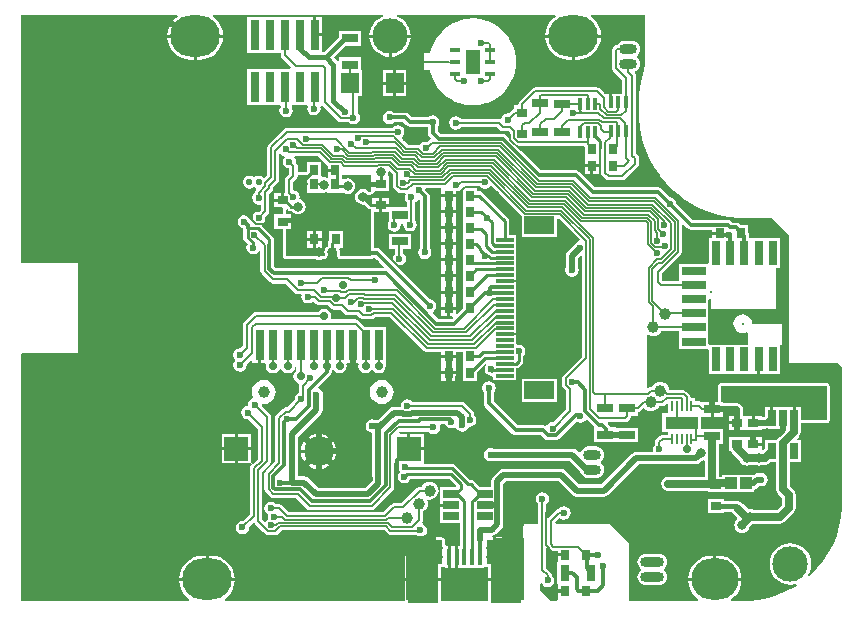
<source format=gbl>
G04 Layer_Physical_Order=2*
G04 Layer_Color=128*
%FSLAX25Y25*%
%MOIN*%
G70*
G01*
G75*
%ADD10R,0.03543X0.02756*%
%ADD11R,0.05315X0.02953*%
%ADD12R,0.02953X0.05315*%
G04:AMPARAMS|DCode=13|XSize=78.74mil|YSize=49.21mil|CornerRadius=0.25mil|HoleSize=0mil|Usage=FLASHONLY|Rotation=90.000|XOffset=0mil|YOffset=0mil|HoleType=Round|Shape=RoundedRectangle|*
%AMROUNDEDRECTD13*
21,1,0.07874,0.04872,0,0,90.0*
21,1,0.07825,0.04921,0,0,90.0*
1,1,0.00049,0.02436,0.03912*
1,1,0.00049,0.02436,-0.03912*
1,1,0.00049,-0.02436,-0.03912*
1,1,0.00049,-0.02436,0.03912*
%
%ADD13ROUNDEDRECTD13*%
G04:AMPARAMS|DCode=14|XSize=157.48mil|YSize=98.43mil|CornerRadius=0.49mil|HoleSize=0mil|Usage=FLASHONLY|Rotation=90.000|XOffset=0mil|YOffset=0mil|HoleType=Round|Shape=RoundedRectangle|*
%AMROUNDEDRECTD14*
21,1,0.15748,0.09744,0,0,90.0*
21,1,0.15650,0.09843,0,0,90.0*
1,1,0.00098,0.04872,0.07825*
1,1,0.00098,0.04872,-0.07825*
1,1,0.00098,-0.04872,-0.07825*
1,1,0.00098,-0.04872,0.07825*
%
%ADD14ROUNDEDRECTD14*%
G04:AMPARAMS|DCode=15|XSize=53.15mil|YSize=15.75mil|CornerRadius=0.08mil|HoleSize=0mil|Usage=FLASHONLY|Rotation=90.000|XOffset=0mil|YOffset=0mil|HoleType=Round|Shape=RoundedRectangle|*
%AMROUNDEDRECTD15*
21,1,0.05315,0.01559,0,0,90.0*
21,1,0.05299,0.01575,0,0,90.0*
1,1,0.00016,0.00780,0.02650*
1,1,0.00016,0.00780,-0.02650*
1,1,0.00016,-0.00780,-0.02650*
1,1,0.00016,-0.00780,0.02650*
%
%ADD15ROUNDEDRECTD15*%
%ADD17R,0.01575X0.03937*%
%ADD23R,0.02756X0.03543*%
%ADD24R,0.05354X0.02559*%
%ADD38R,0.02559X0.05354*%
%ADD44C,0.02500*%
%ADD45C,0.01200*%
%ADD46C,0.02000*%
%ADD47C,0.01000*%
%ADD48C,0.00800*%
%ADD49C,0.00600*%
%ADD50C,0.01600*%
%ADD57O,0.01969X0.02362*%
%ADD58C,0.11811*%
%ADD60C,0.03937*%
%ADD61O,0.05906X0.03543*%
%ADD62C,0.01000*%
%ADD63O,0.16535X0.13780*%
%ADD64O,0.15748X0.13780*%
%ADD65O,0.07874X0.03543*%
%ADD66C,0.02362*%
%ADD67C,0.02756*%
%ADD68C,0.03150*%
%ADD69R,0.02756X0.09843*%
%ADD70R,0.07874X0.07874*%
%ADD71R,0.09843X0.05906*%
%ADD72R,0.05906X0.01181*%
%ADD73R,0.05906X0.06693*%
%ADD74R,0.00787X0.03543*%
%ADD75R,0.11024X0.04331*%
%ADD76R,0.05315X0.02953*%
%ADD77R,0.02756X0.07874*%
%ADD78R,0.07874X0.02756*%
%ADD79R,0.02992X0.10236*%
%ADD80R,0.03543X0.01772*%
%ADD81R,0.05118X0.07874*%
%ADD82R,0.03937X0.03937*%
%ADD83R,0.09488X0.21006*%
%ADD84R,0.09752X0.21417*%
%ADD85C,0.09843*%
G36*
X405947Y257917D02*
X405512Y256634D01*
X405508Y256606D01*
X405496Y256581D01*
X404722Y253695D01*
X404720Y253658D01*
X404706Y253623D01*
X404187Y250680D01*
X404188Y250643D01*
X404178Y250607D01*
X403917Y247631D01*
X403920Y247603D01*
X403914Y247575D01*
X403882Y246081D01*
X403883Y246072D01*
X403882Y246063D01*
Y242126D01*
X403884Y242116D01*
X403882Y242105D01*
X403923Y240425D01*
X403930Y240394D01*
X403927Y240363D01*
X404256Y237017D01*
X404268Y236978D01*
Y236936D01*
X404924Y233639D01*
X404940Y233600D01*
X404944Y233559D01*
X405920Y230342D01*
X405940Y230305D01*
X405948Y230264D01*
X407234Y227159D01*
X407257Y227124D01*
X407270Y227084D01*
X408854Y224120D01*
X408881Y224087D01*
X408897Y224049D01*
X410764Y221254D01*
X410794Y221224D01*
X410813Y221187D01*
X412946Y218589D01*
X412978Y218563D01*
X413001Y218528D01*
X415378Y216151D01*
X415413Y216128D01*
X415439Y216095D01*
X418038Y213963D01*
X418075Y213943D01*
X418104Y213914D01*
X420899Y212046D01*
X420938Y212030D01*
X420970Y212004D01*
X423934Y210419D01*
X423974Y210407D01*
X424009Y210384D01*
X427115Y209098D01*
X427156Y209089D01*
X427193Y209070D01*
X430409Y208094D01*
X430451Y208090D01*
X430489Y208074D01*
X433786Y207418D01*
X433828D01*
X433868Y207406D01*
X437213Y207076D01*
X437244Y207080D01*
X437275Y207073D01*
X438956Y207031D01*
X438966Y207033D01*
X438976Y207031D01*
X448076D01*
X453882Y201226D01*
Y159449D01*
X453946Y159126D01*
X454128Y158853D01*
X454402Y158670D01*
X454725Y158606D01*
X470123D01*
X471598Y157131D01*
Y112205D01*
X471598Y110602D01*
X471284Y107412D01*
X470659Y104269D01*
X469728Y101201D01*
X468502Y98240D01*
X466991Y95414D01*
X465210Y92748D01*
X463177Y90271D01*
X460910Y88004D01*
X460599Y87749D01*
X460204Y88072D01*
X460741Y89077D01*
X461136Y90379D01*
X461270Y91732D01*
X461136Y93086D01*
X460741Y94388D01*
X460100Y95587D01*
X459237Y96639D01*
X458186Y97502D01*
X456986Y98143D01*
X455684Y98538D01*
X454331Y98671D01*
X452977Y98538D01*
X451675Y98143D01*
X450476Y97502D01*
X449424Y96639D01*
X448561Y95587D01*
X447920Y94388D01*
X447525Y93086D01*
X447392Y91732D01*
X447525Y90379D01*
X447920Y89077D01*
X448561Y87877D01*
X449424Y86826D01*
X450476Y85963D01*
X451675Y85322D01*
X452977Y84927D01*
X454331Y84793D01*
X455684Y84927D01*
X456206Y85085D01*
X456422Y84628D01*
X455767Y84190D01*
X452941Y82679D01*
X449980Y81453D01*
X446912Y80523D01*
X443769Y79897D01*
X440579Y79583D01*
X438976Y79583D01*
X434666D01*
X434597Y80083D01*
X435724Y81008D01*
X436710Y82210D01*
X437443Y83580D01*
X437894Y85067D01*
X437997Y86114D01*
X429134D01*
X420271D01*
X420374Y85067D01*
X420825Y83580D01*
X421558Y82210D01*
X422544Y81008D01*
X423671Y80083D01*
X423602Y79583D01*
X400449D01*
Y98425D01*
X400385Y98748D01*
X400202Y99021D01*
X394297Y104927D01*
X394023Y105110D01*
X393701Y105174D01*
X376199D01*
X375992Y105674D01*
X377419Y107100D01*
X377949Y106746D01*
X378800Y106576D01*
X379651Y106746D01*
X380373Y107228D01*
X380855Y107949D01*
X381024Y108800D01*
X380855Y109651D01*
X380373Y110372D01*
X379651Y110854D01*
X378800Y111024D01*
X377949Y110854D01*
X377227Y110372D01*
X377131Y110227D01*
X377100D01*
X376554Y110119D01*
X376091Y109809D01*
X376091Y109809D01*
X373479Y107198D01*
X373169Y107267D01*
X372979Y107389D01*
Y111747D01*
X373226Y111912D01*
X373708Y112633D01*
X373877Y113484D01*
X373708Y114335D01*
X373226Y115057D01*
X372505Y115539D01*
X371654Y115708D01*
X370802Y115539D01*
X370081Y115057D01*
X369599Y114335D01*
X369430Y113484D01*
X369599Y112633D01*
X370081Y111912D01*
X370328Y111747D01*
Y105378D01*
X370079Y105174D01*
X366142D01*
X365819Y105110D01*
X365546Y104927D01*
X365363Y104653D01*
X365299Y104331D01*
Y95649D01*
X364799Y95381D01*
X364730Y95427D01*
X364321Y95509D01*
X358993D01*
Y99582D01*
X358913Y99981D01*
X358686Y100320D01*
X358348Y100547D01*
X357948Y100626D01*
X356012D01*
Y95669D01*
X355012D01*
Y100626D01*
X354854D01*
X354805Y101126D01*
X355505Y101266D01*
X356166Y101708D01*
X358036Y103578D01*
X358478Y104239D01*
X358634Y105020D01*
Y111417D01*
Y118476D01*
X359518Y119361D01*
X377055D01*
X381642Y114775D01*
X382303Y114333D01*
X383084Y114177D01*
X392102D01*
X392883Y114333D01*
X393544Y114775D01*
X403774Y125004D01*
X422713D01*
X423493Y125159D01*
X424155Y125601D01*
X424740Y126187D01*
X425082Y126232D01*
X425300Y126322D01*
X425800Y125988D01*
Y120798D01*
X413484D01*
X412606Y120623D01*
X411862Y120126D01*
X411365Y119382D01*
X411190Y118504D01*
X411365Y117626D01*
X411862Y116882D01*
X412606Y116384D01*
X413484Y116210D01*
X426756D01*
Y115732D01*
X431669D01*
Y115631D01*
X442331D01*
Y116542D01*
X442851Y116646D01*
X443573Y117128D01*
X444005Y117775D01*
X444500Y117676D01*
X445351Y117845D01*
X446072Y118327D01*
X446555Y119049D01*
X446724Y119900D01*
X446555Y120751D01*
X446072Y121473D01*
X445351Y121955D01*
X444500Y122124D01*
X443649Y121955D01*
X443626Y121939D01*
X443200D01*
X443200Y121939D01*
X442420Y121784D01*
X442097Y121569D01*
X431669D01*
Y120894D01*
X430389D01*
Y131917D01*
X431850D01*
Y136870D01*
X424622D01*
Y140776D01*
X427693D01*
Y143252D01*
Y145728D01*
X424536D01*
X424535Y145728D01*
Y145728D01*
X424129Y145949D01*
X424016Y146063D01*
X422653D01*
Y147161D01*
X421010D01*
Y147315D01*
X420910Y147822D01*
X420622Y148252D01*
X419631Y149244D01*
X419201Y149531D01*
X418694Y149632D01*
X413878D01*
X413792Y150283D01*
X413493Y151005D01*
X413017Y151625D01*
X412397Y152101D01*
X411675Y152400D01*
X410900Y152502D01*
X410125Y152400D01*
X409403Y152101D01*
X408783Y151625D01*
X408307Y151005D01*
X408236Y150833D01*
X407895D01*
X407387Y150732D01*
X406957Y150445D01*
X406817Y150305D01*
X406355Y150496D01*
Y167951D01*
X406855Y168197D01*
X407103Y168007D01*
X407825Y167708D01*
X408600Y167606D01*
X409375Y167708D01*
X410097Y168007D01*
X410717Y168483D01*
X411193Y169103D01*
X411260Y169265D01*
X417110D01*
Y163488D01*
X426650D01*
X426984Y163488D01*
X427150Y163057D01*
Y155024D01*
X443201D01*
Y159961D01*
X444201D01*
Y155024D01*
X450803D01*
Y164685D01*
X451575D01*
Y171772D01*
X441545D01*
X441454Y171876D01*
X441348Y172677D01*
X441039Y173423D01*
X440548Y174063D01*
X439907Y174555D01*
X439161Y174864D01*
X438360Y174969D01*
X437560Y174864D01*
X436814Y174555D01*
X436173Y174063D01*
X435681Y173423D01*
X435372Y172677D01*
X435267Y171876D01*
X435372Y171075D01*
X435681Y170329D01*
X436173Y169689D01*
X436814Y169197D01*
X437560Y168888D01*
X438360Y168783D01*
X439161Y168888D01*
X439657Y169094D01*
X440158Y168794D01*
Y164898D01*
X427484D01*
X427150Y164898D01*
X426984Y165329D01*
Y168213D01*
Y172937D01*
Y177661D01*
Y179694D01*
X427371Y180011D01*
X427781Y179930D01*
X427953Y179789D01*
Y176890D01*
X449606Y176890D01*
Y190457D01*
X450803D01*
Y200331D01*
X440608D01*
Y201181D01*
X440608Y201181D01*
X440484Y201805D01*
X440173Y202270D01*
Y204740D01*
X437724D01*
X437374Y205090D01*
X436845Y205444D01*
X436221Y205568D01*
X434928D01*
X434502Y205994D01*
X433973Y206347D01*
X433349Y206471D01*
X421736D01*
X416303Y211904D01*
X416155Y212651D01*
X415672Y213372D01*
X414951Y213855D01*
X414204Y214003D01*
X411353Y216853D01*
X410824Y217207D01*
X410200Y217331D01*
X389176D01*
X383953Y222553D01*
X383424Y222907D01*
X382800Y223031D01*
X371176D01*
X363625Y230582D01*
X363832Y231082D01*
X385404D01*
X385702Y230636D01*
X385798Y230540D01*
Y227353D01*
X385698D01*
Y225081D01*
X388076D01*
X390454D01*
Y227309D01*
X390553D01*
Y232338D01*
X390705Y232399D01*
X390796Y232377D01*
X391192Y232057D01*
Y222181D01*
X391192Y222181D01*
X391300Y221635D01*
X391610Y221172D01*
X392709Y220072D01*
X392709Y220072D01*
X393173Y219762D01*
X393719Y219654D01*
X398309D01*
X398309Y219654D01*
X398855Y219762D01*
X399318Y220072D01*
X403483Y224237D01*
X403483Y224237D01*
X403793Y224700D01*
X403901Y225246D01*
X403901Y225246D01*
Y226970D01*
X403901Y226970D01*
X403793Y227517D01*
X403483Y227980D01*
X403483Y227980D01*
X403001Y228462D01*
Y254332D01*
X403001Y254332D01*
X402892Y254878D01*
X402583Y255342D01*
X402583Y255342D01*
X402461Y255463D01*
X402559Y255954D01*
X402776Y256044D01*
X403355Y256488D01*
X403799Y257067D01*
X404078Y257741D01*
X404174Y258465D01*
X404078Y259188D01*
X403799Y259862D01*
X403355Y260441D01*
X403135Y260610D01*
Y261240D01*
X403355Y261409D01*
X403799Y261988D01*
X404078Y262662D01*
X404174Y263386D01*
X404078Y264109D01*
X403799Y264784D01*
X403355Y265363D01*
X402776Y265807D01*
X402102Y266086D01*
X401378Y266181D01*
X399016D01*
X398292Y266086D01*
X397618Y265807D01*
X397039Y265363D01*
X396611Y264805D01*
X396107Y264705D01*
X395644Y264395D01*
X395644Y264395D01*
X395152Y263903D01*
X394843Y263440D01*
X394734Y262894D01*
X394734Y262894D01*
Y257155D01*
X394734Y257155D01*
X394843Y256609D01*
X395152Y256146D01*
X398050Y253247D01*
Y248574D01*
X394860D01*
Y245605D01*
X393860D01*
Y248574D01*
X392572D01*
X392572Y248574D01*
Y248574D01*
X392172Y248804D01*
X390701Y250274D01*
X390271Y250562D01*
X389764Y250662D01*
X369291D01*
X368784Y250562D01*
X368354Y250274D01*
X364023Y245944D01*
X363736Y245514D01*
X363635Y245006D01*
Y244628D01*
X362189D01*
Y243504D01*
X362043Y243475D01*
X361613Y243188D01*
X360391Y241966D01*
X360100Y242024D01*
X359249Y241855D01*
X358527Y241372D01*
X358045Y240651D01*
X357971Y240278D01*
X357416Y240051D01*
X357043Y240125D01*
X344537D01*
X344373Y240372D01*
X343651Y240855D01*
X342800Y241024D01*
X341949Y240855D01*
X341228Y240372D01*
X340745Y239651D01*
X340576Y238800D01*
X340745Y237949D01*
X341228Y237228D01*
X341949Y236745D01*
X342800Y236576D01*
X343651Y236745D01*
X344373Y237228D01*
X344537Y237474D01*
X356494D01*
X357463Y236506D01*
X357893Y236219D01*
X358400Y236118D01*
X360407D01*
X360918Y235608D01*
Y233996D01*
X360418Y233789D01*
X359635Y234572D01*
X359105Y234926D01*
X358481Y235050D01*
X337776D01*
X336731Y236095D01*
Y237616D01*
X337155Y238249D01*
X337324Y239100D01*
X337155Y239951D01*
X336672Y240672D01*
X335951Y241155D01*
X335100Y241324D01*
X334249Y241155D01*
X333616Y240731D01*
X328076D01*
X327053Y241754D01*
X326524Y242107D01*
X325900Y242231D01*
X322184D01*
X321551Y242655D01*
X320700Y242824D01*
X319849Y242655D01*
X319127Y242173D01*
X318645Y241451D01*
X318476Y240600D01*
X318645Y239749D01*
X319127Y239028D01*
X319849Y238545D01*
X320700Y238376D01*
X321551Y238545D01*
X322184Y238969D01*
X325224D01*
X326247Y237947D01*
X326776Y237593D01*
X327400Y237469D01*
X333469D01*
Y235419D01*
X333593Y234795D01*
X333946Y234265D01*
X334418Y233794D01*
X334253Y233252D01*
X334212Y233243D01*
X333782Y232956D01*
X333325Y232500D01*
X332700Y232624D01*
X331849Y232455D01*
X331128Y231973D01*
X330691Y231319D01*
X330562Y231406D01*
X330054Y231507D01*
X326868D01*
X324744Y233631D01*
X324793Y234128D01*
X325018Y234278D01*
X325500Y235000D01*
X325669Y235851D01*
X325500Y236702D01*
X325018Y237423D01*
X324296Y237906D01*
X323445Y238075D01*
X322594Y237906D01*
X321873Y237423D01*
X321708Y237176D01*
X320312D01*
X320251Y237164D01*
X286447D01*
X285940Y237064D01*
X285510Y236776D01*
X280363Y231629D01*
X280075Y231199D01*
X279975Y230692D01*
Y221451D01*
X279043Y220519D01*
X278545Y220568D01*
X278505Y220627D01*
X277849Y221066D01*
X277075Y221220D01*
X276301Y221066D01*
X275644Y220627D01*
X275356D01*
X274699Y221066D01*
X273925Y221220D01*
X273151Y221066D01*
X272495Y220627D01*
X272056Y219971D01*
X271902Y219197D01*
Y218803D01*
X272056Y218029D01*
X272495Y217373D01*
X273151Y216934D01*
X273925Y216780D01*
X274699Y216934D01*
X275356Y217373D01*
X275644D01*
X276152Y217033D01*
X276290Y216465D01*
X276228Y216402D01*
X275940Y215972D01*
X275851Y215525D01*
X275592Y215352D01*
X275110Y214630D01*
X274941Y213779D01*
X275110Y212928D01*
X275592Y212207D01*
X276314Y211724D01*
X277165Y211555D01*
X277588Y211639D01*
X277975Y211322D01*
Y209819D01*
X277358Y209203D01*
X277067Y209261D01*
X276216Y209091D01*
X275494Y208610D01*
X275012Y207888D01*
X274843Y207037D01*
X274876Y206871D01*
X274397Y206756D01*
X273915Y207478D01*
X273194Y207960D01*
X272342Y208129D01*
X271492Y207960D01*
X270770Y207478D01*
X270288Y206756D01*
X270119Y205906D01*
X270288Y205054D01*
X270770Y204333D01*
X271492Y203851D01*
X271791Y203791D01*
X271880Y203343D01*
Y200606D01*
X271996Y200021D01*
X272328Y199525D01*
X273389Y198464D01*
X273142Y198095D01*
X272973Y197244D01*
X273142Y196393D01*
X273624Y195672D01*
X274346Y195189D01*
X275197Y195020D01*
X276048Y195189D01*
X276769Y195672D01*
X277108Y196178D01*
X277608Y196027D01*
Y189469D01*
X277608Y189469D01*
X277717Y188922D01*
X278026Y188459D01*
X280880Y185605D01*
X280880Y185605D01*
X281344Y185295D01*
X281890Y185187D01*
X286023D01*
X289119Y182091D01*
X289119Y182091D01*
X289582Y181781D01*
X290128Y181673D01*
X290128Y181673D01*
X291036D01*
X291353Y181286D01*
X291276Y180900D01*
X291445Y180049D01*
X291928Y179327D01*
X292649Y178846D01*
X293500Y178676D01*
X294351Y178846D01*
X295073Y179327D01*
X295530Y179113D01*
X296235Y178408D01*
X296235Y178408D01*
X296698Y178099D01*
X297244Y177990D01*
X297244Y177990D01*
X300160D01*
X301206Y176943D01*
X301669Y176634D01*
X302216Y176525D01*
X302216Y176525D01*
X304213D01*
X305683Y175055D01*
X305684Y175055D01*
X306147Y174745D01*
X306693Y174636D01*
X306693Y174637D01*
X309959D01*
X310914Y173681D01*
X310914Y173681D01*
X311377Y173372D01*
X311924Y173263D01*
X314641D01*
X314641Y173263D01*
X315188Y173372D01*
X315651Y173681D01*
X316014Y174044D01*
X320723D01*
X332038Y162730D01*
X332501Y162420D01*
X333047Y162312D01*
X333047Y162312D01*
X337976D01*
Y161567D01*
X340354D01*
X342732D01*
Y162312D01*
X345063D01*
Y158296D01*
X345063Y158296D01*
Y158283D01*
X345063D01*
X345063Y157796D01*
Y152740D01*
X349819D01*
Y155727D01*
X352688Y158596D01*
X352714Y158589D01*
X352902Y158027D01*
X352579Y157544D01*
X352410Y156693D01*
X352579Y155842D01*
X353061Y155120D01*
X353783Y154638D01*
X354634Y154469D01*
X354716Y154485D01*
X355102Y154168D01*
Y152937D01*
X363008D01*
Y156977D01*
X363381Y157052D01*
X363877Y157383D01*
X364861Y158367D01*
X365193Y158864D01*
X365309Y159449D01*
Y160997D01*
X365352Y161026D01*
X365834Y161747D01*
X366003Y162598D01*
X365834Y163450D01*
X365352Y164171D01*
X364631Y164653D01*
X363779Y164822D01*
X363508Y164768D01*
X363008Y165179D01*
Y167929D01*
X359055D01*
Y168685D01*
X363008D01*
Y170653D01*
Y174591D01*
Y178528D01*
Y182465D01*
Y185646D01*
X359260D01*
X359055Y185687D01*
Y186401D01*
X363008D01*
Y186402D01*
Y190339D01*
Y194276D01*
Y198213D01*
Y201394D01*
X360584D01*
Y206102D01*
X360468Y206688D01*
X360137Y207184D01*
X351672Y215648D01*
X351176Y215980D01*
X350590Y216096D01*
X349819D01*
Y217339D01*
X350180Y217674D01*
X350763D01*
X350927Y217427D01*
X351649Y216945D01*
X352500Y216776D01*
X353351Y216945D01*
X354072Y217427D01*
X354232Y217666D01*
X354730Y217715D01*
X364748Y207697D01*
Y200772D01*
X376590D01*
Y206655D01*
X377091Y206862D01*
X384021Y199932D01*
X383856Y199389D01*
X383400Y199298D01*
X382679Y198816D01*
X382197Y198095D01*
X382191Y198068D01*
X380054Y195931D01*
X379612Y195269D01*
X379457Y194489D01*
Y190638D01*
X379441Y190615D01*
X379272Y189764D01*
X379441Y188913D01*
X379924Y188191D01*
X380645Y187709D01*
X381496Y187540D01*
X382347Y187709D01*
X383069Y188191D01*
X383551Y188913D01*
X383720Y189764D01*
X383551Y190615D01*
X383535Y190638D01*
Y193644D01*
X384476Y194585D01*
X384938Y194394D01*
Y160913D01*
X378578Y154552D01*
X378290Y154122D01*
X378189Y153615D01*
Y151542D01*
X378290Y151034D01*
X378578Y150604D01*
X379608Y149574D01*
Y143294D01*
X375391Y139077D01*
X375100Y139135D01*
X374249Y138966D01*
X373528Y138484D01*
X373208Y138005D01*
X372623Y137830D01*
X372552Y137842D01*
X372454Y137907D01*
X371830Y138031D01*
X363476D01*
X355431Y146076D01*
Y148916D01*
X355855Y149549D01*
X356024Y150400D01*
X355855Y151251D01*
X355373Y151972D01*
X354651Y152454D01*
X353800Y152624D01*
X352949Y152454D01*
X352227Y151972D01*
X351745Y151251D01*
X351576Y150400D01*
X351745Y149549D01*
X352169Y148916D01*
Y145400D01*
X352293Y144776D01*
X352646Y144246D01*
X361647Y135247D01*
X362176Y134893D01*
X362800Y134769D01*
X371154D01*
X372446Y133476D01*
X372976Y133123D01*
X373600Y132999D01*
X376045D01*
X376669Y133123D01*
X377198Y133476D01*
X383040Y139318D01*
X383449Y139046D01*
X384300Y138876D01*
X385151Y139046D01*
X385873Y139527D01*
X386051Y139795D01*
X386549Y139844D01*
X388697Y137696D01*
X389005Y137347D01*
X389005D01*
X389005Y137347D01*
Y132395D01*
X396321D01*
X396342Y132294D01*
X403657D01*
Y137247D01*
X396342D01*
X396321Y137347D01*
X394293D01*
X394270Y137461D01*
X393917Y137991D01*
X393394Y138513D01*
X393586Y138974D01*
X399200D01*
X399707Y139075D01*
X400137Y139363D01*
X400937Y140163D01*
X401225Y140593D01*
X401326Y141100D01*
Y141153D01*
X403657D01*
Y142341D01*
X403979Y142405D01*
X404409Y142692D01*
X405323Y143606D01*
X405683Y143583D01*
X406303Y143107D01*
X407025Y142808D01*
X407800Y142706D01*
X408575Y142808D01*
X409297Y143107D01*
X409917Y143583D01*
X410393Y144203D01*
X410451Y144344D01*
X411664D01*
X412171Y144445D01*
X412601Y144732D01*
X413105Y145236D01*
X413567Y145045D01*
Y142043D01*
X411598D01*
Y135713D01*
X413567D01*
Y134794D01*
X411713D01*
X411166Y134685D01*
X410703Y134376D01*
X410703Y134376D01*
X409621Y133293D01*
X409311Y132830D01*
X409202Y132283D01*
X409202Y132283D01*
Y131591D01*
X409057Y131494D01*
X408575Y130772D01*
X408406Y129921D01*
X408496Y129469D01*
X408179Y129083D01*
X403280D01*
X402987Y129141D01*
X402207Y128986D01*
X401545Y128543D01*
X401545Y128543D01*
X391258Y118256D01*
X383928D01*
X379342Y122842D01*
X378680Y123284D01*
X377900Y123439D01*
X358674D01*
X358674Y123439D01*
X357893Y123284D01*
X357232Y122842D01*
X355153Y120763D01*
X354711Y120101D01*
X354555Y119321D01*
Y117437D01*
X350868D01*
X348960Y119344D01*
X348464Y119676D01*
X347879Y119792D01*
X347484D01*
X342573Y124704D01*
X342077Y125035D01*
X341491Y125151D01*
X332544D01*
X332087Y125255D01*
Y129692D01*
X327150D01*
Y130192D01*
X326650D01*
Y135129D01*
X324222D01*
X324003Y135621D01*
X324202Y135873D01*
X333631D01*
X333728Y135728D01*
X334449Y135246D01*
X335300Y135076D01*
X336151Y135246D01*
X336873Y135728D01*
X337355Y136449D01*
X337524Y137300D01*
X337391Y137969D01*
X337698Y138469D01*
X339222D01*
X339245Y138349D01*
X339727Y137627D01*
X340449Y137145D01*
X341300Y136976D01*
X342151Y137145D01*
X342420Y137325D01*
X342958Y137083D01*
X343368Y136469D01*
X344089Y135987D01*
X344940Y135818D01*
X345791Y135987D01*
X346513Y136469D01*
X346995Y137191D01*
X347065Y137543D01*
X347400Y137476D01*
X348251Y137645D01*
X348973Y138128D01*
X349455Y138849D01*
X349624Y139700D01*
X349455Y140551D01*
X348973Y141272D01*
X348827Y141369D01*
Y141900D01*
X348719Y142446D01*
X348409Y142909D01*
X348409Y142909D01*
X345909Y145409D01*
X345446Y145719D01*
X344900Y145827D01*
X344900Y145827D01*
X328269D01*
X328172Y145973D01*
X327451Y146455D01*
X326600Y146624D01*
X325749Y146455D01*
X325027Y145973D01*
X324545Y145251D01*
X324376Y144400D01*
X324244Y144239D01*
X322121D01*
X321341Y144084D01*
X320679Y143642D01*
X316777Y139739D01*
X315874D01*
X315851Y139754D01*
X315000Y139924D01*
X314149Y139754D01*
X313427Y139272D01*
X312945Y138551D01*
X312776Y137700D01*
X312945Y136849D01*
X313427Y136127D01*
X314149Y135645D01*
X314890Y135498D01*
Y119349D01*
X312541Y117000D01*
X308748D01*
X308725Y117015D01*
X307874Y117184D01*
X307023Y117015D01*
X307000Y117000D01*
X297053D01*
X293713Y120340D01*
X293051Y120782D01*
X292271Y120937D01*
X290168D01*
Y134135D01*
X297751Y141718D01*
X298193Y142379D01*
X298348Y143159D01*
Y147158D01*
X298364Y147180D01*
X298533Y148031D01*
X298364Y148882D01*
X297882Y149604D01*
X297181Y150072D01*
X297115Y150131D01*
X297006Y150604D01*
X300892Y154490D01*
X301246Y155020D01*
X301370Y155644D01*
Y155910D01*
X301453Y155966D01*
X301646Y156254D01*
X302146D01*
X302338Y155966D01*
X303125Y155440D01*
X304053Y155256D01*
X304981Y155440D01*
X305767Y155966D01*
X306293Y156753D01*
X306477Y157680D01*
X306331Y158416D01*
X306642Y158916D01*
X307949D01*
Y164838D01*
X308949D01*
Y158916D01*
X310092D01*
X310403Y158416D01*
X310257Y157680D01*
X310442Y156753D01*
X310967Y155966D01*
X311754Y155440D01*
X312682Y155256D01*
X313609Y155440D01*
X314396Y155966D01*
X314632Y156319D01*
X315132D01*
X315368Y155966D01*
X316155Y155440D01*
X317083Y155256D01*
X318010Y155440D01*
X318797Y155966D01*
X319323Y156753D01*
X319507Y157680D01*
X319361Y158416D01*
X319488Y158917D01*
X319488D01*
Y170759D01*
X312562D01*
X310458Y172863D01*
X309995Y173172D01*
X309449Y173281D01*
X309449Y173281D01*
X301459D01*
X301099Y173781D01*
X301224Y174413D01*
X301040Y175340D01*
X300514Y176127D01*
X299728Y176653D01*
X298800Y176837D01*
X297872Y176653D01*
X297086Y176127D01*
X296894Y175840D01*
X276181D01*
X275635Y175731D01*
X275172Y175422D01*
X275172Y175422D01*
X272219Y172469D01*
X271910Y172006D01*
X271801Y171460D01*
X271801Y171460D01*
Y164472D01*
X270939Y163610D01*
X270768Y163644D01*
X269917Y163475D01*
X269195Y162993D01*
X268713Y162271D01*
X268544Y161421D01*
X268713Y160570D01*
X269195Y159848D01*
X269084Y159321D01*
X268825Y158932D01*
X268655Y158081D01*
X268825Y157230D01*
X269307Y156509D01*
X270028Y156027D01*
X270879Y155858D01*
X271730Y156027D01*
X272452Y156509D01*
X272934Y157230D01*
X273103Y158081D01*
X273069Y158253D01*
X274507Y159690D01*
X274969Y159499D01*
Y158916D01*
X276847D01*
Y164838D01*
X277847D01*
Y158916D01*
X279285D01*
X279596Y158416D01*
X279450Y157680D01*
X279634Y156753D01*
X280160Y155966D01*
X280946Y155440D01*
X281874Y155256D01*
X282802Y155440D01*
X283588Y155966D01*
X284061Y156674D01*
X284335Y156717D01*
X284608Y156674D01*
X285081Y155966D01*
X285868Y155440D01*
X286795Y155256D01*
X287723Y155440D01*
X288510Y155966D01*
X289035Y156753D01*
X289173Y157443D01*
X289673Y157394D01*
Y156206D01*
X289386Y156014D01*
X288860Y155228D01*
X288675Y154300D01*
X288860Y153372D01*
X289386Y152586D01*
X290172Y152060D01*
X290432Y151498D01*
X290373Y151200D01*
X290373Y151200D01*
Y148803D01*
X289727Y148372D01*
X289245Y147651D01*
X289076Y146800D01*
X289110Y146629D01*
X286428Y143947D01*
X286058D01*
X285511Y143839D01*
X285048Y143529D01*
X285048Y143529D01*
X282924Y141404D01*
X282614Y140941D01*
X282506Y140395D01*
X282506Y140395D01*
Y125976D01*
X279380Y122850D01*
X279071Y122387D01*
X278962Y121841D01*
X278962Y121841D01*
Y116624D01*
X278962Y116624D01*
X279071Y116078D01*
X279380Y115615D01*
X280889Y114107D01*
X280889Y114107D01*
X281352Y113797D01*
X281898Y113689D01*
X281898Y113689D01*
X289651D01*
X293170Y110170D01*
X293170Y110170D01*
X293633Y109861D01*
X294180Y109752D01*
X314723D01*
X314723Y109752D01*
X315269Y109861D01*
X315732Y110170D01*
X321876Y116314D01*
X321876Y116314D01*
X322185Y116777D01*
X322294Y117323D01*
Y125255D01*
X323634D01*
X323907Y124755D01*
X323760Y124016D01*
X323930Y123165D01*
X324292Y122622D01*
X324017Y122438D01*
X323535Y121717D01*
X323366Y120866D01*
X323535Y120015D01*
X324017Y119293D01*
X324739Y118811D01*
X325590Y118642D01*
X326441Y118811D01*
X327162Y119293D01*
X327644Y120015D01*
X327666Y120124D01*
X340705D01*
X342934Y117895D01*
X342798Y117437D01*
X337661D01*
Y112878D01*
Y111917D01*
X341339D01*
Y110917D01*
X337661D01*
Y109138D01*
Y105398D01*
X344140D01*
Y97977D01*
X343890Y97772D01*
X343610D01*
Y94095D01*
Y90417D01*
X343890D01*
X344283Y90496D01*
X344390Y90567D01*
X344496Y90496D01*
X344890Y90417D01*
X346449D01*
X346842Y90496D01*
X346949Y90567D01*
X347056Y90496D01*
X347449Y90417D01*
X349008D01*
X349401Y90496D01*
X349508Y90567D01*
X349615Y90496D01*
X350008Y90417D01*
X351567D01*
X351960Y90496D01*
X352294Y90718D01*
X352673Y90794D01*
X352676Y90792D01*
X353076Y90712D01*
X353507D01*
Y87114D01*
X359449D01*
Y86114D01*
X353507D01*
Y79583D01*
X337832D01*
Y86114D01*
X331890D01*
X325948D01*
Y79583D01*
X265768D01*
X265699Y80083D01*
X266826Y81008D01*
X267812Y82210D01*
X268545Y83580D01*
X268996Y85067D01*
X269099Y86114D01*
X259842D01*
X250586D01*
X250689Y85067D01*
X251140Y83580D01*
X251873Y82210D01*
X252859Y81008D01*
X253986Y80083D01*
X253917Y79583D01*
X197693D01*
Y161845D01*
X198031Y162205D01*
X198193Y162205D01*
X216732D01*
Y192126D01*
X198193D01*
X198031Y192126D01*
X197693Y192486D01*
Y274748D01*
X249980D01*
X250049Y274248D01*
X248922Y273322D01*
X247936Y272121D01*
X247203Y270750D01*
X246752Y269263D01*
X246649Y268216D01*
X255906D01*
X265162D01*
X265059Y269263D01*
X264608Y270750D01*
X263875Y272121D01*
X262889Y273322D01*
X261762Y274248D01*
X261831Y274748D01*
X318533D01*
X318607Y274248D01*
X318211Y274127D01*
X317011Y273486D01*
X315960Y272623D01*
X315097Y271572D01*
X314455Y270372D01*
X314061Y269070D01*
X313977Y268216D01*
X320866D01*
X327756D01*
X327672Y269070D01*
X327277Y270372D01*
X326636Y271572D01*
X325773Y272623D01*
X324721Y273486D01*
X323521Y274127D01*
X323125Y274248D01*
X323199Y274748D01*
X375964D01*
X376033Y274248D01*
X374906Y273322D01*
X373920Y272121D01*
X373187Y270750D01*
X372736Y269263D01*
X372633Y268216D01*
X381890D01*
X391146D01*
X391043Y269263D01*
X390592Y270750D01*
X389860Y272121D01*
X388874Y273322D01*
X387746Y274248D01*
X387816Y274748D01*
X405947D01*
Y257917D01*
D02*
G37*
G36*
X298835Y225791D02*
X299081Y225422D01*
X299837Y224666D01*
X300181Y224436D01*
Y223532D01*
X302559D01*
Y222532D01*
X300181D01*
Y220873D01*
X299681Y220539D01*
X299490Y220618D01*
X298818Y220707D01*
X298350Y220645D01*
X297850Y220981D01*
Y225803D01*
X293094D01*
Y222816D01*
X292754Y222476D01*
X290100D01*
X290027Y222535D01*
Y224500D01*
X290027Y224500D01*
X289919Y225046D01*
X289609Y225509D01*
X289609Y225509D01*
X289490Y225629D01*
X289524Y225800D01*
X289355Y226651D01*
X288915Y227308D01*
X289052Y227808D01*
X296817D01*
X298835Y225791D01*
D02*
G37*
G36*
X314370Y215889D02*
X313870Y215719D01*
X313647Y216010D01*
X313109Y216422D01*
X312483Y216682D01*
X311811Y216770D01*
X311139Y216682D01*
X310512Y216422D01*
X309975Y216010D01*
X309562Y215472D01*
X309302Y214845D01*
X309214Y214173D01*
X309302Y213501D01*
X309562Y212875D01*
X309975Y212337D01*
X310512Y211924D01*
X311139Y211665D01*
X311811Y211576D01*
X312195Y211627D01*
X313486Y210336D01*
X313982Y210004D01*
X314370Y209927D01*
Y194416D01*
X304292D01*
X304015Y194832D01*
X304083Y194997D01*
X304172Y195669D01*
X304083Y196342D01*
X303923Y196728D01*
X304217Y197228D01*
X305134D01*
Y202772D01*
X300378D01*
Y199728D01*
X300162Y199404D01*
X300045Y198819D01*
Y197741D01*
X299738Y197506D01*
X299326Y196968D01*
X299066Y196342D01*
X298978Y195669D01*
X299066Y194997D01*
X299135Y194832D01*
X298857Y194416D01*
X286221D01*
Y203528D01*
X287811D01*
Y205405D01*
X285039D01*
Y206405D01*
X287811D01*
Y208283D01*
X286221D01*
Y209763D01*
X286682Y209955D01*
X286819Y209819D01*
X287315Y209487D01*
X287900Y209371D01*
X288028D01*
X288264Y209064D01*
X288802Y208651D01*
X289428Y208391D01*
X290100Y208303D01*
X290772Y208391D01*
X291399Y208651D01*
X291936Y209064D01*
X292349Y209601D01*
X292608Y210228D01*
X292697Y210900D01*
X292608Y211572D01*
X292349Y212198D01*
X291936Y212736D01*
X291399Y213149D01*
X290772Y213408D01*
X290627Y213612D01*
X290724Y214100D01*
X290555Y214951D01*
X290072Y215672D01*
X289351Y216155D01*
X288555Y216313D01*
Y218936D01*
X289609Y219991D01*
X289609Y219991D01*
X289919Y220454D01*
X290027Y221000D01*
X290100Y221457D01*
X293094D01*
Y215535D01*
X297850D01*
X297850Y215535D01*
X298350Y215574D01*
X298818Y215513D01*
X299490Y215601D01*
X299681Y215680D01*
X300181Y215535D01*
Y215535D01*
X304937D01*
X304937Y215535D01*
X305407Y215462D01*
X306021Y215208D01*
X306693Y215120D01*
X307365Y215208D01*
X307991Y215468D01*
X308529Y215880D01*
X308942Y216418D01*
X309201Y217044D01*
X309290Y217717D01*
X309201Y218389D01*
X308942Y219015D01*
X308529Y219553D01*
X307991Y219966D01*
X307365Y220225D01*
X306693Y220314D01*
X306021Y220225D01*
X305437Y219983D01*
X305071Y220114D01*
X304937Y220180D01*
Y221457D01*
X314370D01*
Y215889D01*
D02*
G37*
G36*
X321874Y221615D02*
Y217900D01*
X321975Y217393D01*
X322263Y216963D01*
X323444Y215782D01*
X323874Y215494D01*
X324381Y215393D01*
X325778D01*
X326013Y214952D01*
X325945Y214851D01*
X325776Y214000D01*
X325945Y213149D01*
X326428Y212427D01*
X326675Y212263D01*
Y211473D01*
X326497Y211207D01*
X326397Y210705D01*
X320543D01*
X320518Y210917D01*
X318216D01*
Y209039D01*
X320488D01*
X320543Y208562D01*
Y205956D01*
X320232Y205491D01*
X320062Y204640D01*
X320232Y203789D01*
X320714Y203068D01*
X321435Y202586D01*
X322286Y202416D01*
X323137Y202586D01*
X323859Y203068D01*
X324341Y203789D01*
X324510Y204640D01*
X324434Y205022D01*
X324788Y205486D01*
X324951Y205493D01*
X325310Y205069D01*
X325276Y204900D01*
X325445Y204049D01*
X325927Y203327D01*
X326649Y202846D01*
X327500Y202676D01*
X328351Y202846D01*
X329072Y203327D01*
X329555Y204049D01*
X329724Y204900D01*
X329555Y205751D01*
X329072Y206472D01*
X329047Y206490D01*
Y210205D01*
X329225Y210472D01*
X329326Y210979D01*
Y212263D01*
X329573Y212427D01*
X330045Y213135D01*
X330057Y213150D01*
X330603Y213344D01*
X330769Y213221D01*
Y197084D01*
X330345Y196451D01*
X330176Y195600D01*
X330345Y194749D01*
X330827Y194027D01*
X331549Y193545D01*
X332400Y193376D01*
X333251Y193545D01*
X333973Y194027D01*
X334455Y194749D01*
X334624Y195600D01*
X334455Y196451D01*
X334031Y197084D01*
Y214300D01*
X333907Y214924D01*
X333554Y215454D01*
X332603Y216404D01*
X332549Y216674D01*
X332960Y217175D01*
X337976D01*
Y215067D01*
X340354D01*
X342732D01*
Y215756D01*
X343000Y215976D01*
X343851Y216145D01*
X344572Y216628D01*
X345063Y216462D01*
Y211795D01*
Y206437D01*
Y201078D01*
Y195719D01*
Y190360D01*
Y185002D01*
Y179643D01*
Y176985D01*
X343194Y175117D01*
X342732Y175308D01*
Y176556D01*
X340854D01*
Y174285D01*
X341544D01*
X341756Y173804D01*
X341538Y173531D01*
X336876D01*
X335103Y175305D01*
X335201Y175913D01*
X335672Y176227D01*
X336155Y176949D01*
X336324Y177800D01*
X336155Y178651D01*
X335672Y179373D01*
X334951Y179855D01*
X334204Y180003D01*
X323302Y190905D01*
X323548Y191366D01*
X324000Y191276D01*
X324851Y191446D01*
X325572Y191928D01*
X326055Y192649D01*
X326224Y193500D01*
X326055Y194351D01*
X325572Y195072D01*
X325325Y195238D01*
Y196895D01*
X327857D01*
Y201847D01*
X320543D01*
Y196895D01*
X322674D01*
Y195238D01*
X322428Y195072D01*
X321945Y194351D01*
X321776Y193500D01*
X321866Y193048D01*
X321405Y192802D01*
X317553Y196653D01*
X317024Y197007D01*
X316400Y197131D01*
X315390D01*
Y209039D01*
X317216D01*
Y211417D01*
Y213795D01*
X314945D01*
Y211303D01*
X314943Y211298D01*
X314871Y211194D01*
X314860Y211184D01*
X314445Y210952D01*
X314380Y210965D01*
X314135Y211128D01*
X312916Y212348D01*
X312860Y212385D01*
X312815Y212436D01*
X312696Y212495D01*
X312585Y212569D01*
X312519Y212582D01*
X312459Y212612D01*
X312325Y212620D01*
X312195Y212646D01*
X312129Y212633D01*
X312062Y212638D01*
X311811Y212605D01*
X311405Y212658D01*
X311027Y212815D01*
X310702Y213064D01*
X310453Y213389D01*
X310296Y213767D01*
X310242Y214173D01*
X310296Y214579D01*
X310453Y214958D01*
X310535Y215065D01*
X310919Y215449D01*
X311027Y215532D01*
X311405Y215688D01*
X311811Y215742D01*
X312217Y215688D01*
X312595Y215532D01*
X312920Y215282D01*
X313061Y215099D01*
X313087Y215076D01*
X313104Y215047D01*
X313235Y214946D01*
X313360Y214836D01*
X313392Y214826D01*
X313419Y214805D01*
X313580Y214762D01*
X313737Y214708D01*
X313771Y214711D01*
X313803Y214702D01*
X313968Y214724D01*
X314134Y214735D01*
X314164Y214750D01*
X314198Y214754D01*
X314698Y214924D01*
X314727Y214941D01*
X314760Y214947D01*
X314898Y215039D01*
X315042Y215123D01*
X315063Y215149D01*
X315091Y215168D01*
X315183Y215306D01*
X315284Y215438D01*
X315293Y215471D01*
X315312Y215499D01*
X315345Y215662D01*
X315388Y215822D01*
X315761Y216126D01*
X320488D01*
Y220882D01*
X320358D01*
X320065Y221382D01*
X320225Y221769D01*
X320314Y222441D01*
X320309Y222473D01*
X320783Y222707D01*
X321874Y221615D01*
D02*
G37*
G36*
X284518Y228390D02*
X285240Y227908D01*
X285539Y227848D01*
X285631Y227616D01*
X285685Y227309D01*
X285245Y226651D01*
X285076Y225800D01*
X285245Y224949D01*
X285728Y224227D01*
X286449Y223745D01*
X287173Y223602D01*
Y221591D01*
X286605Y221024D01*
X286581Y221019D01*
X286118Y220709D01*
X285809Y220246D01*
X285700Y219700D01*
Y215473D01*
X285700Y215473D01*
X285616Y215370D01*
X285539D01*
Y212992D01*
X285039D01*
Y212492D01*
X282268D01*
Y210614D01*
X284985D01*
X285265Y210174D01*
X285271Y210114D01*
X285201Y209763D01*
Y208321D01*
X284744D01*
X284557Y208283D01*
X282268D01*
Y203528D01*
X285201D01*
Y194416D01*
X285279Y194026D01*
X285500Y193695D01*
X285830Y193474D01*
X286221Y193396D01*
X296003D01*
X296572Y193161D01*
X297244Y193072D01*
X297916Y193161D01*
X298485Y193396D01*
X298857D01*
X298955Y193416D01*
X299056D01*
X299149Y193454D01*
X299247Y193474D01*
X299331Y193530D01*
X299424Y193568D01*
X299495Y193639D01*
X299578Y193695D01*
X299634Y193778D01*
X299705Y193849D01*
X299983Y194265D01*
X300021Y194358D01*
X300077Y194441D01*
X300096Y194540D01*
X300135Y194633D01*
Y194733D01*
X300154Y194832D01*
X300135Y194930D01*
Y195030D01*
X300096Y195123D01*
X300077Y195222D01*
X300060Y195263D01*
X300006Y195669D01*
X300060Y196075D01*
X300216Y196454D01*
X300466Y196779D01*
X300666Y196932D01*
X300711Y196983D01*
X300766Y197020D01*
X300840Y197131D01*
X300926Y197228D01*
X302499D01*
X302603Y197174D01*
X302812Y196968D01*
X302904Y196728D01*
Y196728D01*
X302929Y196601D01*
X302936Y196472D01*
X302967Y196408D01*
X302981Y196338D01*
X303090Y196075D01*
X303143Y195669D01*
X303090Y195263D01*
X303073Y195222D01*
X303053Y195123D01*
X303015Y195030D01*
Y194930D01*
X302995Y194832D01*
X303015Y194733D01*
Y194633D01*
X303053Y194540D01*
X303073Y194441D01*
X303129Y194358D01*
X303167Y194265D01*
X303445Y193849D01*
X303516Y193778D01*
X303572Y193695D01*
X303655Y193639D01*
X303726Y193568D01*
X303819Y193530D01*
X303902Y193474D01*
X304001Y193454D01*
X304094Y193416D01*
X304194D01*
X304292Y193396D01*
X314370D01*
X314760Y193474D01*
X315091Y193695D01*
X315207Y193869D01*
X315724D01*
X318876Y190717D01*
X318685Y190255D01*
X282745D01*
X282167Y190833D01*
Y197933D01*
X282065Y198446D01*
Y200020D01*
X281948Y200606D01*
X281617Y201102D01*
X278159Y204559D01*
X278204Y205163D01*
X278221Y205185D01*
X278639Y205465D01*
X279121Y206186D01*
X279291Y207037D01*
X279233Y207328D01*
X280237Y208333D01*
X280525Y208763D01*
X280626Y209270D01*
Y215151D01*
X281537Y216063D01*
X281825Y216493D01*
X281926Y217000D01*
Y217351D01*
X283537Y218963D01*
X283825Y219393D01*
X283926Y219900D01*
Y228377D01*
X284425Y228529D01*
X284518Y228390D01*
D02*
G37*
G36*
X419906Y203687D02*
X420435Y203333D01*
X421060Y203209D01*
X428331D01*
Y202468D01*
X430709D01*
Y201468D01*
X428331D01*
Y200331D01*
X427150D01*
Y192298D01*
X426984Y191866D01*
X417110D01*
Y186089D01*
X411785D01*
X411425Y186449D01*
Y188677D01*
X417717Y194969D01*
X418004Y195399D01*
X418105Y195906D01*
Y204835D01*
X418567Y205026D01*
X419906Y203687D01*
D02*
G37*
G36*
X374207Y96544D02*
X374207Y96544D01*
X374670Y96235D01*
X375217Y96126D01*
X376854D01*
Y95382D01*
X379232D01*
Y94382D01*
X376854D01*
Y92457D01*
X376665D01*
Y85142D01*
X376731D01*
Y83267D01*
X379109D01*
Y82267D01*
X376731D01*
Y79995D01*
X376519Y79583D01*
X374365D01*
X370922Y83026D01*
Y85138D01*
X371422Y85290D01*
X371798Y84728D01*
X372519Y84246D01*
X373370Y84076D01*
X374221Y84246D01*
X374943Y84728D01*
X375425Y85449D01*
X375594Y86300D01*
X375425Y87151D01*
X374943Y87872D01*
X374696Y88038D01*
Y88200D01*
X374595Y88707D01*
X374307Y89137D01*
X372979Y90466D01*
Y97082D01*
X373169Y97203D01*
X373479Y97272D01*
X374207Y96544D01*
D02*
G37*
%LPC*%
G36*
X288323Y274244D02*
Y274244D01*
X283331Y274244D01*
X282831Y274244D01*
X278823D01*
X278331Y274244D01*
X277831Y274244D01*
X273331D01*
Y262008D01*
X277831D01*
X278323Y262008D01*
X278823Y262008D01*
X282831D01*
X283323Y262008D01*
X283823Y262008D01*
X284399D01*
Y261417D01*
X284399Y261417D01*
X284508Y260871D01*
X284817Y260408D01*
X287836Y257390D01*
X287629Y256890D01*
X283823D01*
X283331Y256890D01*
X282831Y256890D01*
X278823D01*
X278331Y256890D01*
X277831Y256890D01*
X273331D01*
Y244654D01*
X277831D01*
X278323Y244654D01*
X278823Y244654D01*
X282831D01*
X283323Y244654D01*
X284159Y244654D01*
X284426Y244153D01*
X284166Y243764D01*
X283997Y242913D01*
X284166Y242062D01*
X284648Y241341D01*
X285369Y240859D01*
X286221Y240690D01*
X287071Y240859D01*
X287793Y241341D01*
X288275Y242062D01*
X288444Y242913D01*
X288275Y243764D01*
X288015Y244153D01*
X288282Y244654D01*
X288823Y244654D01*
X293016D01*
X293108Y244585D01*
X293374Y244191D01*
X293378Y244153D01*
X293249Y243504D01*
X293418Y242653D01*
X293900Y241931D01*
X294621Y241449D01*
X295472Y241280D01*
X296323Y241449D01*
X297045Y241931D01*
X297527Y242653D01*
X297696Y243504D01*
X297585Y244065D01*
X297893Y244497D01*
X298331Y244532D01*
X303454Y239410D01*
X303454Y239409D01*
X303917Y239100D01*
X304463Y238991D01*
X307080D01*
X307089Y238979D01*
X307810Y238497D01*
X308661Y238327D01*
X309512Y238497D01*
X310234Y238979D01*
X310716Y239700D01*
X310885Y240551D01*
X310716Y241402D01*
X310234Y242124D01*
X310089Y242221D01*
Y247622D01*
X311521D01*
Y256315D01*
X311236D01*
Y260646D01*
X303921D01*
Y259501D01*
X303421Y259349D01*
X303298Y259534D01*
X302202Y260630D01*
X306123Y264551D01*
X311236D01*
Y269504D01*
X303921D01*
Y267540D01*
X298846Y262465D01*
X298323D01*
Y267626D01*
X295827D01*
Y268126D01*
X295327D01*
Y274244D01*
X293331D01*
Y274244D01*
X293323D01*
Y274244D01*
X292831Y274244D01*
X288331D01*
Y274244D01*
X288323D01*
D02*
G37*
G36*
X298323Y274244D02*
X296327D01*
Y268626D01*
X298323D01*
Y274244D01*
D02*
G37*
G36*
X327756Y267216D02*
X321366D01*
Y260827D01*
X322220Y260911D01*
X323521Y261306D01*
X324721Y261947D01*
X325773Y262810D01*
X326636Y263861D01*
X327277Y265061D01*
X327672Y266363D01*
X327756Y267216D01*
D02*
G37*
G36*
X320366D02*
X313977D01*
X314061Y266363D01*
X314455Y265061D01*
X315097Y263861D01*
X315960Y262810D01*
X317011Y261947D01*
X318211Y261306D01*
X319512Y260911D01*
X320366Y260827D01*
Y267216D01*
D02*
G37*
G36*
X391146D02*
X382390D01*
Y259789D01*
X383268D01*
X384814Y259941D01*
X386302Y260392D01*
X387672Y261125D01*
X388874Y262111D01*
X389860Y263312D01*
X390592Y264683D01*
X391043Y266170D01*
X391146Y267216D01*
D02*
G37*
G36*
X381390D02*
X372633D01*
X372736Y266170D01*
X373187Y264683D01*
X373920Y263312D01*
X374906Y262111D01*
X376107Y261125D01*
X377478Y260392D01*
X378965Y259941D01*
X380512Y259789D01*
X381390D01*
Y267216D01*
D02*
G37*
G36*
X265162D02*
X256405D01*
Y259789D01*
X257283D01*
X258830Y259941D01*
X260317Y260392D01*
X261688Y261125D01*
X262889Y262111D01*
X263875Y263312D01*
X264608Y264683D01*
X265059Y266170D01*
X265162Y267216D01*
D02*
G37*
G36*
X255405D02*
X246649D01*
X246752Y266170D01*
X247203Y264683D01*
X247936Y263312D01*
X248922Y262111D01*
X250123Y261125D01*
X251494Y260392D01*
X252981Y259941D01*
X254528Y259789D01*
X255405D01*
Y267216D01*
D02*
G37*
G36*
X326306Y256315D02*
X322853D01*
Y252468D01*
X326306D01*
Y256315D01*
D02*
G37*
G36*
X321853D02*
X318401D01*
Y252468D01*
X321853D01*
Y256315D01*
D02*
G37*
G36*
X326306Y251468D02*
X322853D01*
Y247622D01*
X326306D01*
Y251468D01*
D02*
G37*
G36*
X321853D02*
X318401D01*
Y247622D01*
X321853D01*
Y251468D01*
D02*
G37*
G36*
X348654Y273588D02*
X346438Y273453D01*
X346371Y273435D01*
X346302Y273433D01*
X344138Y272939D01*
X344075Y272911D01*
X344007Y272898D01*
X341951Y272059D01*
X341893Y272021D01*
X341828Y271997D01*
X339936Y270836D01*
X339886Y270789D01*
X339826Y270755D01*
X338147Y269301D01*
X338105Y269247D01*
X338051Y269203D01*
X336631Y267496D01*
X336598Y267435D01*
X336553Y267384D01*
X335429Y265469D01*
X335406Y265404D01*
X335369Y265345D01*
X334572Y263273D01*
X334560Y263205D01*
X334533Y263141D01*
X334315Y262090D01*
X332166D01*
Y256375D01*
X334290D01*
X334290Y256375D01*
X334307Y256290D01*
X334308Y256204D01*
X334533Y255117D01*
X334560Y255053D01*
X334572Y254985D01*
X335369Y252913D01*
X335406Y252855D01*
X335429Y252790D01*
X336553Y250875D01*
X336598Y250823D01*
X336631Y250762D01*
X338051Y249056D01*
X338105Y249012D01*
X338147Y248957D01*
X339826Y247504D01*
X339886Y247470D01*
X339936Y247423D01*
X341828Y246261D01*
X341893Y246237D01*
X341951Y246199D01*
X344007Y245360D01*
X344075Y245347D01*
X344138Y245319D01*
X346302Y244826D01*
X346371Y244824D01*
X346438Y244806D01*
X348654Y244671D01*
X348723Y244680D01*
X348792Y244673D01*
X351000Y244900D01*
X351066Y244920D01*
X351135Y244925D01*
X353278Y245507D01*
X353340Y245538D01*
X353407Y245554D01*
X355426Y246476D01*
X355482Y246517D01*
X355546Y246543D01*
X357389Y247782D01*
X357438Y247831D01*
X357496Y247867D01*
X359113Y249389D01*
X359154Y249445D01*
X359205Y249491D01*
X360554Y251254D01*
X360584Y251316D01*
X360628Y251370D01*
X361672Y253329D01*
X361692Y253396D01*
X361726Y253455D01*
X362438Y255558D01*
X362447Y255627D01*
X362472Y255692D01*
X362832Y257882D01*
X362830Y257951D01*
X362843Y258019D01*
X362843Y260239D01*
X362830Y260307D01*
X362832Y260376D01*
X362472Y262567D01*
X362447Y262632D01*
X362438Y262700D01*
X361726Y264803D01*
X361692Y264863D01*
X361672Y264929D01*
X360628Y266889D01*
X360584Y266942D01*
X360554Y267004D01*
X359205Y268768D01*
X359154Y268814D01*
X359113Y268870D01*
X357496Y270391D01*
X357438Y270428D01*
X357389Y270477D01*
X355546Y271715D01*
X355482Y271742D01*
X355426Y271782D01*
X353407Y272705D01*
X353340Y272721D01*
X353278Y272751D01*
X351135Y273334D01*
X351066Y273338D01*
X351000Y273359D01*
X348792Y273585D01*
X348723Y273579D01*
X348654Y273588D01*
D02*
G37*
G36*
X390454Y224081D02*
X388576D01*
Y221810D01*
X390454D01*
Y224081D01*
D02*
G37*
G36*
X387576D02*
X385698D01*
Y221810D01*
X387576D01*
Y224081D01*
D02*
G37*
G36*
X342732Y160567D02*
X340354D01*
X337976D01*
Y158783D01*
X337976Y158296D01*
X337976Y157796D01*
Y156012D01*
X340354D01*
X342732D01*
Y157796D01*
X342732Y158283D01*
X342732Y158783D01*
Y160567D01*
D02*
G37*
G36*
Y155012D02*
X340854D01*
Y152740D01*
X342732D01*
Y155012D01*
D02*
G37*
G36*
X339854D02*
X337976D01*
Y152740D01*
X339854D01*
Y155012D01*
D02*
G37*
G36*
X459186Y152207D02*
X459140Y152201D01*
X454245D01*
X454200Y152207D01*
X454154Y152201D01*
X449258D01*
X449213Y152207D01*
X449167Y152201D01*
X431102Y152201D01*
X430712Y152123D01*
X430381Y151902D01*
X430160Y151571D01*
X430083Y151181D01*
X430083Y145728D01*
X428693D01*
Y143752D01*
X431850D01*
Y144272D01*
X436360D01*
X436843Y144176D01*
X437168Y143959D01*
X437384Y143634D01*
X437480Y143151D01*
Y141201D01*
X436961D01*
Y138823D01*
Y136445D01*
X439201D01*
Y136445D01*
X444744D01*
Y136784D01*
X445795D01*
Y136721D01*
X451315D01*
Y140398D01*
X452315D01*
Y136721D01*
X452508D01*
X452699Y136258D01*
X450278Y133837D01*
X449781Y133093D01*
X449772Y133051D01*
X445795D01*
Y130339D01*
X445244Y129788D01*
X444744Y129995D01*
Y131236D01*
X441972D01*
Y131736D01*
X441472D01*
Y134114D01*
X439232D01*
Y134114D01*
X433689D01*
Y129358D01*
X434496D01*
X434838Y128846D01*
X437300Y126385D01*
X437515Y125867D01*
X437927Y125329D01*
X438465Y124916D01*
X439092Y124657D01*
X439764Y124568D01*
X440436Y124657D01*
X440954Y124871D01*
X442511D01*
X443029Y124657D01*
X443701Y124568D01*
X444373Y124657D01*
X444891Y124871D01*
X445866D01*
X446744Y125046D01*
X447488Y125543D01*
X447642Y125697D01*
X449606D01*
Y116634D01*
X449781Y115756D01*
X450278Y115012D01*
X451446Y113844D01*
Y111482D01*
X449739Y109774D01*
X442135D01*
X441617Y109989D01*
X440945Y110077D01*
X440386Y110004D01*
X438630Y111760D01*
X437886Y112257D01*
X437359Y112362D01*
X436824Y112719D01*
X436122Y112859D01*
X432299D01*
Y113402D01*
X426756D01*
Y108646D01*
X432299D01*
Y109188D01*
X434936D01*
X435386Y108516D01*
X436555Y107346D01*
X436512Y106683D01*
X436353Y106561D01*
X435940Y106023D01*
X435680Y105397D01*
X435592Y104724D01*
X435680Y104052D01*
X435940Y103426D01*
X436353Y102888D01*
X436891Y102475D01*
X437517Y102216D01*
X438189Y102127D01*
X438861Y102216D01*
X439488Y102475D01*
X440025Y102888D01*
X440438Y103426D01*
X440653Y103944D01*
X441726Y105017D01*
X442135Y105186D01*
X450689D01*
X451567Y105361D01*
X452311Y105858D01*
X455362Y108909D01*
X455860Y109654D01*
X456034Y110531D01*
Y114794D01*
X455860Y115672D01*
X455362Y116416D01*
X454194Y117584D01*
Y125697D01*
X457835D01*
Y133051D01*
X456634D01*
X456442Y133513D01*
X457177Y134248D01*
X457675Y134992D01*
X457849Y135870D01*
Y138744D01*
X466374D01*
X466764Y138822D01*
X467095Y139043D01*
X467316Y139374D01*
X467393Y139764D01*
Y141339D01*
X467393Y151181D01*
X467316Y151571D01*
X467095Y151902D01*
X466764Y152123D01*
X466374Y152201D01*
X464219D01*
X464173Y152207D01*
X464127Y152201D01*
X459232D01*
X459186Y152207D01*
D02*
G37*
G36*
X376590Y153559D02*
X364748D01*
Y145653D01*
X376590D01*
Y153559D01*
D02*
G37*
G36*
X318094Y153077D02*
X317063Y152941D01*
X316101Y152542D01*
X315275Y151909D01*
X314642Y151083D01*
X314244Y150122D01*
X314108Y149090D01*
X314244Y148058D01*
X314642Y147096D01*
X315275Y146271D01*
X316101Y145637D01*
X317063Y145239D01*
X318094Y145103D01*
X319126Y145239D01*
X320088Y145637D01*
X320914Y146271D01*
X321547Y147096D01*
X321946Y148058D01*
X322081Y149090D01*
X321946Y150122D01*
X321547Y151083D01*
X320914Y151909D01*
X320088Y152542D01*
X319126Y152941D01*
X318094Y153077D01*
D02*
G37*
G36*
X278724D02*
X277693Y152941D01*
X276731Y152542D01*
X275905Y151909D01*
X275272Y151083D01*
X274873Y150122D01*
X274738Y149090D01*
X274873Y148058D01*
X275099Y147514D01*
X274849Y146955D01*
X274128Y146473D01*
X273645Y145751D01*
X273476Y144900D01*
X273476Y144900D01*
X273475Y144893D01*
X273400Y144424D01*
X272549Y144255D01*
X271828Y143772D01*
X271345Y143051D01*
X271176Y142200D01*
X271345Y141349D01*
X271828Y140628D01*
X272549Y140146D01*
X273400Y139976D01*
X273571Y140010D01*
X276773Y136809D01*
Y126823D01*
X275037Y125087D01*
X274606Y125364D01*
X274606Y125710D01*
Y129692D01*
X270169D01*
Y125255D01*
X274119D01*
X274498Y125255D01*
X274775Y124825D01*
X274562Y124612D01*
X274253Y124149D01*
X274144Y123603D01*
X274144Y123603D01*
Y108447D01*
X271824Y106127D01*
X271653Y106161D01*
X270802Y105991D01*
X270080Y105509D01*
X269599Y104788D01*
X269429Y103937D01*
X269599Y103086D01*
X270080Y102364D01*
X270802Y101882D01*
X271653Y101713D01*
X272504Y101882D01*
X273225Y102364D01*
X273708Y103086D01*
X273877Y103937D01*
X273843Y104108D01*
X275108Y105373D01*
X275719Y105277D01*
X275834Y105104D01*
X278192Y102746D01*
X278536Y102517D01*
X279352Y101700D01*
X279782Y101412D01*
X280290Y101312D01*
X282558D01*
X283066Y101412D01*
X283495Y101700D01*
X284776Y102980D01*
X319047D01*
X320064Y101963D01*
X320494Y101675D01*
X321001Y101575D01*
X329329D01*
X329428Y101427D01*
X330149Y100945D01*
X331000Y100776D01*
X331851Y100945D01*
X332573Y101427D01*
X333055Y102149D01*
X333224Y103000D01*
X333055Y103851D01*
X332573Y104572D01*
X331851Y105054D01*
X331702Y105084D01*
X331546Y105625D01*
X331725Y105893D01*
X331825Y106400D01*
Y109236D01*
X331997Y109307D01*
X332617Y109783D01*
X333093Y110403D01*
X333392Y111125D01*
X333494Y111900D01*
X333392Y112675D01*
X333325Y112838D01*
X333676Y113296D01*
X334055Y113246D01*
X334830Y113348D01*
X335552Y113647D01*
X336172Y114123D01*
X336648Y114743D01*
X336947Y115465D01*
X337049Y116240D01*
X336947Y117015D01*
X336648Y117737D01*
X336172Y118357D01*
X335552Y118833D01*
X334830Y119132D01*
X334055Y119234D01*
X333280Y119132D01*
X332558Y118833D01*
X331938Y118357D01*
X331462Y117737D01*
X331391Y117566D01*
X330730D01*
X330223Y117465D01*
X329793Y117177D01*
X324562Y111946D01*
X322155D01*
X321648Y111845D01*
X321218Y111558D01*
X318591Y108931D01*
X287144D01*
X284795Y111280D01*
X284366Y111567D01*
X283858Y111668D01*
X282848D01*
X282683Y111915D01*
X281961Y112397D01*
X281110Y112566D01*
X280259Y112397D01*
X279538Y111915D01*
X279056Y111194D01*
X278886Y110343D01*
X279056Y109492D01*
X279538Y108770D01*
X280225Y108311D01*
X280060Y107480D01*
X280225Y106650D01*
X279538Y106191D01*
X279340Y105894D01*
X278842Y105845D01*
X278097Y106590D01*
Y122557D01*
X280737Y125197D01*
X281025Y125627D01*
X281125Y126134D01*
Y140287D01*
X281227Y140800D01*
X281119Y141346D01*
X280809Y141809D01*
X278214Y144405D01*
X278235Y145072D01*
X278329Y145155D01*
X278724Y145103D01*
X279756Y145239D01*
X280718Y145637D01*
X281544Y146271D01*
X282177Y147096D01*
X282575Y148058D01*
X282711Y149090D01*
X282575Y150122D01*
X282177Y151083D01*
X281544Y151909D01*
X280718Y152542D01*
X279756Y152941D01*
X278724Y153077D01*
D02*
G37*
G36*
X431850Y142752D02*
X428693D01*
Y140776D01*
X431850D01*
Y142752D01*
D02*
G37*
G36*
X435961Y141201D02*
X433689D01*
Y139323D01*
X435961D01*
Y141201D01*
D02*
G37*
G36*
Y138323D02*
X433689D01*
Y136445D01*
X435961D01*
Y138323D01*
D02*
G37*
G36*
X444744Y134114D02*
X442472D01*
Y132236D01*
X444744D01*
Y134114D01*
D02*
G37*
G36*
X332087Y135129D02*
X327650D01*
Y130692D01*
X332087D01*
Y135129D01*
D02*
G37*
G36*
X274606D02*
X270169D01*
Y130692D01*
X274606D01*
Y135129D01*
D02*
G37*
G36*
X269169D02*
X264732D01*
Y130692D01*
X269169D01*
Y135129D01*
D02*
G37*
G36*
X297532Y135179D02*
Y129779D01*
X302932D01*
X302867Y130439D01*
X302529Y131556D01*
X301979Y132584D01*
X301239Y133486D01*
X300337Y134226D01*
X299308Y134776D01*
X298192Y135114D01*
X297532Y135179D01*
D02*
G37*
G36*
X296532D02*
X295871Y135114D01*
X294755Y134776D01*
X293726Y134226D01*
X292824Y133486D01*
X292084Y132584D01*
X291534Y131556D01*
X291196Y130439D01*
X291131Y129779D01*
X296532D01*
Y135179D01*
D02*
G37*
G36*
X389370Y130945D02*
X387008D01*
X386284Y130850D01*
X385610Y130571D01*
X385031Y130126D01*
X384587Y129547D01*
X384369Y129022D01*
X383846Y128838D01*
X383042Y129642D01*
X382380Y130084D01*
X381600Y130239D01*
X355234D01*
X355211Y130254D01*
X354360Y130424D01*
X353509Y130254D01*
X352787Y129772D01*
X352305Y129051D01*
X352136Y128200D01*
X352305Y127349D01*
X352787Y126628D01*
X353509Y126146D01*
X354360Y125976D01*
X355211Y126146D01*
X355234Y126161D01*
X380755D01*
X384292Y122624D01*
X384308Y122505D01*
X384587Y121831D01*
X385031Y121252D01*
X385610Y120807D01*
X386284Y120528D01*
X387008Y120433D01*
X389370D01*
X390094Y120528D01*
X390768Y120807D01*
X391347Y121252D01*
X391791Y121831D01*
X392070Y122505D01*
X392166Y123228D01*
X392070Y123952D01*
X391791Y124626D01*
X391347Y125205D01*
X391127Y125374D01*
Y126004D01*
X391347Y126173D01*
X391791Y126752D01*
X392070Y127426D01*
X392166Y128150D01*
X392070Y128873D01*
X391791Y129547D01*
X391347Y130126D01*
X390768Y130571D01*
X390094Y130850D01*
X389370Y130945D01*
D02*
G37*
G36*
X269169Y129692D02*
X264732D01*
Y125255D01*
X269169D01*
Y129692D01*
D02*
G37*
G36*
X302932Y128779D02*
X297532D01*
Y123378D01*
X298192Y123443D01*
X299308Y123782D01*
X300337Y124332D01*
X301239Y125072D01*
X301979Y125973D01*
X302529Y127002D01*
X302867Y128118D01*
X302932Y128779D01*
D02*
G37*
G36*
X296532D02*
X291131D01*
X291196Y128118D01*
X291534Y127002D01*
X292084Y125973D01*
X292824Y125072D01*
X293726Y124332D01*
X294755Y123782D01*
X295871Y123443D01*
X296532Y123378D01*
Y128779D01*
D02*
G37*
G36*
X342610Y97772D02*
X342331D01*
X341937Y97694D01*
X341831Y97622D01*
X341724Y97694D01*
X341331Y97772D01*
X341051D01*
Y94095D01*
Y90417D01*
X341331D01*
X341724Y90496D01*
X341831Y90567D01*
X341937Y90496D01*
X342331Y90417D01*
X342610D01*
Y94095D01*
Y97772D01*
D02*
G37*
G36*
X338263Y100626D02*
X336327D01*
Y95669D01*
X335327D01*
Y100626D01*
X333391D01*
X332991Y100547D01*
X332652Y100320D01*
X332426Y99981D01*
X332346Y99582D01*
Y95509D01*
X327018D01*
X326608Y95427D01*
X326261Y95195D01*
X326029Y94848D01*
X325948Y94439D01*
Y87114D01*
X331890D01*
X337832D01*
Y90712D01*
X338263D01*
X338663Y90792D01*
X338666Y90794D01*
X339045Y90718D01*
X339378Y90496D01*
X339772Y90417D01*
X340051D01*
Y94095D01*
Y97772D01*
X339772D01*
X339307Y98189D01*
Y99582D01*
X339228Y99981D01*
X339001Y100320D01*
X338663Y100547D01*
X338263Y100626D01*
D02*
G37*
G36*
X261221Y94542D02*
X260343D01*
Y87114D01*
X269099D01*
X268996Y88161D01*
X268545Y89648D01*
X267812Y91019D01*
X266826Y92220D01*
X265625Y93206D01*
X264254Y93939D01*
X262767Y94390D01*
X261221Y94542D01*
D02*
G37*
G36*
X430118D02*
X429634D01*
Y87114D01*
X437997D01*
X437894Y88161D01*
X437443Y89648D01*
X436710Y91019D01*
X435724Y92220D01*
X434523Y93206D01*
X433152Y93939D01*
X431665Y94390D01*
X430118Y94542D01*
D02*
G37*
G36*
X428634D02*
X428150D01*
X426603Y94390D01*
X425116Y93939D01*
X423745Y93206D01*
X422544Y92220D01*
X421558Y91019D01*
X420825Y89648D01*
X420374Y88161D01*
X420271Y87114D01*
X428634D01*
Y94542D01*
D02*
G37*
G36*
X259343D02*
X258465D01*
X256918Y94390D01*
X255431Y93939D01*
X254060Y93206D01*
X252859Y92220D01*
X251873Y91019D01*
X251140Y89648D01*
X250689Y88161D01*
X250586Y87114D01*
X259343D01*
Y94542D01*
D02*
G37*
G36*
X410433Y95118D02*
X406102D01*
X405379Y95023D01*
X404705Y94744D01*
X404126Y94300D01*
X403681Y93721D01*
X403402Y93046D01*
X403307Y92323D01*
X403402Y91599D01*
X403681Y90925D01*
X404126Y90346D01*
X404346Y90177D01*
Y89547D01*
X404126Y89378D01*
X403681Y88799D01*
X403402Y88125D01*
X403307Y87402D01*
X403402Y86678D01*
X403681Y86004D01*
X404126Y85425D01*
X404705Y84980D01*
X405379Y84701D01*
X406102Y84606D01*
X410433D01*
X411157Y84701D01*
X411831Y84980D01*
X412410Y85425D01*
X412854Y86004D01*
X413133Y86678D01*
X413229Y87402D01*
X413133Y88125D01*
X412854Y88799D01*
X412410Y89378D01*
X412190Y89547D01*
Y90177D01*
X412410Y90346D01*
X412854Y90925D01*
X413133Y91599D01*
X413229Y92323D01*
X413133Y93046D01*
X412854Y93721D01*
X412410Y94300D01*
X411831Y94744D01*
X411157Y95023D01*
X410433Y95118D01*
D02*
G37*
%LPD*%
G36*
X466374Y141339D02*
Y139764D01*
X457849D01*
Y140398D01*
X457835Y140471D01*
Y144075D01*
X456055D01*
Y140398D01*
X455055D01*
Y144075D01*
X448575D01*
Y140398D01*
X447575D01*
Y144075D01*
X445795D01*
Y141002D01*
X445655Y140862D01*
X444744D01*
Y141201D01*
X442472D01*
Y138823D01*
X441472D01*
Y141201D01*
X439232D01*
Y141201D01*
X438500D01*
Y143252D01*
X438345Y144032D01*
X437902Y144694D01*
X437241Y145136D01*
X436461Y145291D01*
X431850D01*
Y145728D01*
X431102D01*
X431102Y151181D01*
X466374Y151181D01*
X466374Y141339D01*
D02*
G37*
%LPC*%
G36*
X298047Y202772D02*
X296169D01*
Y200500D01*
X298047D01*
Y202772D01*
D02*
G37*
G36*
X295169D02*
X293291D01*
Y200500D01*
X295169D01*
Y202772D01*
D02*
G37*
G36*
X298047Y199500D02*
X296169D01*
Y197228D01*
X298047D01*
Y199500D01*
D02*
G37*
G36*
X295169D02*
X293291D01*
Y197228D01*
X295169D01*
Y199500D01*
D02*
G37*
G36*
X320488Y213795D02*
X318216D01*
Y211917D01*
X320488D01*
Y213795D01*
D02*
G37*
G36*
X342732Y214067D02*
X340354D01*
X337976D01*
Y211795D01*
Y209708D01*
X340354D01*
X342732D01*
Y211795D01*
Y214067D01*
D02*
G37*
G36*
Y208708D02*
X340354D01*
X337976D01*
Y206437D01*
Y204349D01*
X340354D01*
X342732D01*
Y206437D01*
Y208708D01*
D02*
G37*
G36*
Y203349D02*
X340354D01*
X337976D01*
Y201078D01*
Y198991D01*
X340354D01*
X342732D01*
Y201078D01*
Y203349D01*
D02*
G37*
G36*
Y197991D02*
X340354D01*
X337976D01*
Y195719D01*
Y193632D01*
X340354D01*
X342732D01*
Y195719D01*
Y197991D01*
D02*
G37*
G36*
Y192632D02*
X340354D01*
X337976D01*
Y190360D01*
Y188274D01*
X340354D01*
X342732D01*
Y190360D01*
Y192632D01*
D02*
G37*
G36*
Y187274D02*
X340354D01*
X337976D01*
Y185002D01*
Y182915D01*
X340354D01*
X342732D01*
Y185002D01*
Y187274D01*
D02*
G37*
G36*
Y181915D02*
X340354D01*
X337976D01*
Y179643D01*
Y177556D01*
X340354D01*
X342732D01*
Y179643D01*
Y181915D01*
D02*
G37*
G36*
X339854Y176556D02*
X337976D01*
Y174285D01*
X339854D01*
Y176556D01*
D02*
G37*
G36*
X284539Y215370D02*
X282268D01*
Y213492D01*
X284539D01*
Y215370D01*
D02*
G37*
%LPD*%
D10*
X429528Y118110D02*
D03*
Y111024D02*
D03*
X436461Y138823D02*
D03*
Y131736D02*
D03*
X441972Y138823D02*
D03*
Y131736D02*
D03*
X285039Y212992D02*
D03*
Y205906D02*
D03*
X317717Y218504D02*
D03*
Y211417D02*
D03*
X364961Y235164D02*
D03*
Y242250D02*
D03*
D11*
X324200Y199371D02*
D03*
Y208229D02*
D03*
X428193Y143252D02*
D03*
Y134394D02*
D03*
X392663Y143729D02*
D03*
Y134871D02*
D03*
X400000Y143629D02*
D03*
Y134771D02*
D03*
X307579Y258169D02*
D03*
Y267028D02*
D03*
D12*
X387999Y88800D02*
D03*
X379141D02*
D03*
D13*
X335827Y95669D02*
D03*
X355512D02*
D03*
D14*
X331890Y86614D02*
D03*
X359449D02*
D03*
D15*
X340551Y94095D02*
D03*
X343110D02*
D03*
X345669D02*
D03*
X348228D02*
D03*
X350787D02*
D03*
D17*
X389270Y235783D02*
D03*
Y245232D02*
D03*
X386711Y235783D02*
D03*
X384152D02*
D03*
X386711Y245232D02*
D03*
X384152D02*
D03*
X394360Y245605D02*
D03*
Y236157D02*
D03*
X396919Y245605D02*
D03*
X399478D02*
D03*
X396919Y236157D02*
D03*
X399478D02*
D03*
D23*
X437795Y201969D02*
D03*
X430709D02*
D03*
X347441Y214567D02*
D03*
X340354D02*
D03*
X347441Y209208D02*
D03*
X340354D02*
D03*
X347441Y203850D02*
D03*
X340354D02*
D03*
X347441Y198491D02*
D03*
X340354D02*
D03*
X347441Y193132D02*
D03*
X340354D02*
D03*
X347441Y187774D02*
D03*
X340354D02*
D03*
X302559Y223031D02*
D03*
X295472D02*
D03*
X347441Y182415D02*
D03*
X340354D02*
D03*
X347441Y177056D02*
D03*
X340354D02*
D03*
X302559Y218307D02*
D03*
X295472D02*
D03*
X347441Y161067D02*
D03*
X340354D02*
D03*
X347441Y155512D02*
D03*
X340354D02*
D03*
X302756Y200000D02*
D03*
X295669D02*
D03*
X395162Y224581D02*
D03*
X388076D02*
D03*
X395262Y230081D02*
D03*
X388176D02*
D03*
X379110Y82767D02*
D03*
X386196D02*
D03*
X379232Y94882D02*
D03*
X386319D02*
D03*
D24*
X352362Y107677D02*
D03*
Y111417D02*
D03*
X341339Y107677D02*
D03*
X352362Y115157D02*
D03*
X341339Y111417D02*
D03*
Y115157D02*
D03*
D38*
X455555Y140398D02*
D03*
X451815D02*
D03*
X455555Y129374D02*
D03*
X448075Y140398D02*
D03*
Y129374D02*
D03*
D44*
X438189Y104724D02*
X440945Y107480D01*
X438189Y104724D02*
X438189D01*
X428094Y118504D02*
Y134492D01*
Y118504D02*
X429528D01*
X428094Y118110D02*
Y118504D01*
X429528Y118110D02*
X430017Y118600D01*
X434638D01*
X439764Y127165D02*
X443701D01*
X439764D02*
X439764D01*
X436461Y130468D02*
X439764Y127165D01*
X436461Y130468D02*
Y131736D01*
X443701Y127165D02*
X445866D01*
X447681Y128980D01*
X451900Y116634D02*
Y132215D01*
Y116634D02*
X453740Y114794D01*
Y110531D02*
Y114794D01*
X450689Y107480D02*
X453740Y110531D01*
X439665Y107480D02*
X440945D01*
X437008Y110138D02*
X439665Y107480D01*
X440945D02*
X450689D01*
X455555Y135870D02*
Y140398D01*
X413484Y118504D02*
X416535D01*
X451900Y132215D02*
X455555Y135870D01*
X428094Y118110D02*
X429528D01*
Y118504D01*
X416535D02*
X428094D01*
D45*
X441900Y118600D02*
X442000D01*
X439362D02*
X441900D01*
X442000D02*
Y118700D01*
X414100Y211800D02*
X421060Y204840D01*
X433349D01*
X388500Y215700D02*
X410200D01*
X414100Y211800D01*
X325900Y240600D02*
X327400Y239100D01*
X335100D01*
X337100Y233419D02*
X358481D01*
X335100Y235419D02*
X337100Y233419D01*
X335100Y235419D02*
Y239100D01*
X358481Y233419D02*
X370500Y221400D01*
X382800D01*
X316400Y195500D02*
X334100Y177800D01*
X319476Y188624D02*
X336200Y171900D01*
X310200Y195500D02*
X316400D01*
X342285Y171900D02*
X347441Y177056D01*
X336200Y171900D02*
X342285D01*
X282069Y188624D02*
X319476D01*
X381496Y152362D02*
X383438D01*
X385964Y149836D01*
X390500Y138200D02*
X391400D01*
X385964Y142736D02*
X390500Y138200D01*
X385964Y142736D02*
Y149836D01*
X341300Y139200D02*
Y139800D01*
X330919Y140100D02*
X341000D01*
X341300Y139800D01*
X323680Y139581D02*
X330400D01*
X330919Y140100D01*
X289619Y140119D02*
X293797Y144297D01*
X286600Y140119D02*
X289619D01*
X293797Y149703D02*
X299738Y155644D01*
X293797Y144297D02*
Y149703D01*
X299738Y155644D02*
Y157680D01*
X447681Y128980D02*
X448075Y129374D01*
X352471Y182087D02*
X354331D01*
X359055D01*
X347441Y177056D02*
X352471Y182087D01*
X272342Y205906D02*
X273410Y204839D01*
Y203856D02*
Y204839D01*
X299738Y157680D02*
Y164051D01*
X299787Y164100D01*
Y164838D01*
X391400Y138200D02*
X392763Y136837D01*
Y134771D02*
Y136837D01*
X383071Y83366D02*
Y87402D01*
Y83366D02*
X383670Y82767D01*
X386196D01*
X390050D01*
X391929Y84646D01*
Y91043D01*
X386417Y94784D02*
X390158D01*
X379141Y88800D02*
X381672D01*
X383071Y87402D01*
X386417Y90382D02*
X387999Y88800D01*
X386417Y90382D02*
Y94784D01*
X314075Y112680D02*
X319366Y117971D01*
X294801Y112680D02*
X314075D01*
X284252Y118898D02*
X288129D01*
X281890Y117246D02*
X282519Y116616D01*
X281890Y117246D02*
Y121220D01*
X290864Y116616D02*
X294801Y112680D01*
X282519Y116616D02*
X290864D01*
X280535Y190157D02*
X282069Y188624D01*
X280535Y190157D02*
Y197933D01*
X281890Y121220D02*
X285433Y124763D01*
Y138952D01*
X286600Y140119D01*
X350787Y94095D02*
Y99606D01*
X323228Y122418D02*
Y126271D01*
X327150Y130192D01*
X314173Y120079D02*
X314566Y120472D01*
X319366Y135267D02*
X323680Y139581D01*
X319366Y117971D02*
Y135267D01*
X354528Y184055D02*
X359055D01*
X354331Y183858D02*
X354528Y184055D01*
X354331Y182087D02*
Y183858D01*
X438976Y195394D02*
Y201181D01*
X438189Y194882D02*
Y195394D01*
X434252D02*
Y201181D01*
X433858Y201575D02*
X434252Y201181D01*
X431102Y201575D02*
X433858D01*
X430709Y201969D02*
X431102Y201575D01*
X436221Y203937D02*
X438976Y201181D01*
X433349Y204840D02*
X434252Y203937D01*
X436221D01*
X320700Y240600D02*
X325900D01*
X382800Y221400D02*
X388500Y215700D01*
X332400Y195600D02*
Y214300D01*
X330400Y216300D02*
X332400Y214300D01*
X376045Y134630D02*
X382915Y141500D01*
X383900D01*
X384300Y141100D01*
X353800Y145400D02*
Y150400D01*
X362800Y136400D02*
X371830D01*
X373600Y134630D01*
X353800Y145400D02*
X362800Y136400D01*
X373600Y134630D02*
X376045D01*
D46*
X441900Y118600D02*
X442000Y118700D01*
X443200Y119900D01*
X444500D01*
X444488Y135039D02*
X446456D01*
X450087D01*
X446500Y138823D02*
X448075Y140398D01*
X441972Y138823D02*
X446500D01*
X450087Y135039D02*
X450240Y134886D01*
X436461Y138823D02*
Y143252D01*
X428193D02*
X436461D01*
Y135193D02*
Y138823D01*
X450240Y134886D02*
X451815Y136461D01*
X356594Y105020D02*
Y111417D01*
X354724Y103150D02*
X356594Y105020D01*
X383084Y116217D02*
X392102D01*
X377900Y121400D02*
X383084Y116217D01*
X358674Y121400D02*
X377900D01*
X356594Y119321D02*
X358674Y121400D01*
X356594Y111417D02*
Y119321D01*
X328192Y142200D02*
X343300D01*
X327711Y141719D02*
X328192Y142200D01*
X325489Y141719D02*
X327711D01*
X325008Y142200D02*
X325489Y141719D01*
X322121Y142200D02*
X325008D01*
X343300D02*
X344719Y140781D01*
X317621Y137700D02*
X322121Y142200D01*
X344719Y138263D02*
Y140781D01*
Y138263D02*
X344940Y138042D01*
X292323Y133987D02*
X297031Y129279D01*
X292824Y125072D02*
X297031Y129279D01*
Y122327D02*
Y129279D01*
X302688Y123622D01*
X297031Y129279D02*
Y136598D01*
Y129279D02*
X304180D01*
X297031D02*
X303937Y136184D01*
X315000Y137700D02*
X317621D01*
X340354Y209208D02*
Y214567D01*
Y203850D02*
Y209208D01*
Y198491D02*
Y203850D01*
Y187774D02*
Y193132D01*
Y182415D02*
Y187774D01*
Y177056D02*
Y182415D01*
Y155512D02*
Y161067D01*
X451815Y136461D02*
Y140398D01*
X441972Y131736D02*
Y135039D01*
X427799Y147484D02*
X428205D01*
X427799D02*
X428193Y147090D01*
Y143252D02*
Y147090D01*
X340354Y151772D02*
Y155512D01*
X308449Y164838D02*
X308563Y164724D01*
X402987Y127102D02*
X403046Y127043D01*
X422713D01*
X424409Y128740D01*
X308563Y157582D02*
Y164724D01*
X392763Y134771D02*
X400000D01*
X307874Y114961D02*
X313386D01*
X296208D02*
X307874D01*
X296309Y143159D02*
Y148031D01*
X288129Y134979D02*
X296309Y143159D01*
X292271Y118898D02*
X296208Y114961D01*
X288129Y118898D02*
X288129D01*
X292271D01*
X288129D02*
Y134979D01*
X316929Y137008D02*
X317621Y137700D01*
X313386Y114961D02*
X316929Y118504D01*
Y137008D01*
X392102Y116217D02*
X402987Y127102D01*
X340354Y193132D02*
Y198491D01*
X352362Y111417D02*
X356594D01*
X350787Y99606D02*
Y103150D01*
X354724D01*
X381496Y194489D02*
X384251Y197244D01*
X381496Y189764D02*
Y194489D01*
X386572Y123228D02*
X388189D01*
X354360Y128200D02*
X381600D01*
X386572Y123228D01*
D47*
X351700Y162402D02*
X359055D01*
X347441Y161067D02*
X350366D01*
X351700Y162402D01*
X305807Y212500D02*
X312008Y218701D01*
X390945Y230439D02*
Y232802D01*
X389270Y234476D02*
X390945Y232802D01*
X389270Y234476D02*
Y235783D01*
X303543Y217717D02*
X306693D01*
X303150Y217323D02*
X303543Y217717D01*
X303150Y217323D02*
Y221654D01*
X350787Y196259D02*
X352362Y194684D01*
X347441Y198031D02*
X347900Y198491D01*
X349541D01*
X347441D02*
X347900D01*
X350787Y196259D02*
Y197244D01*
X349541Y198491D02*
X350787Y197244D01*
X355118Y156496D02*
X359055D01*
X302313Y223966D02*
X302559Y223721D01*
Y223031D02*
Y223721D01*
X311811Y214173D02*
X314567Y211417D01*
X317717D01*
X354331Y193898D02*
X359055D01*
X353740Y194488D02*
X354331Y193898D01*
X352362Y194488D02*
X353740D01*
X352362D02*
Y194684D01*
X347857Y191929D02*
X359055D01*
X347441Y192345D02*
X347857Y191929D01*
X352953Y197722D02*
X354808Y195866D01*
X352953Y197722D02*
Y197900D01*
X352968Y197915D01*
Y199722D01*
X354724Y198819D02*
Y205585D01*
Y198819D02*
X355709Y197835D01*
X352953Y199737D02*
Y201801D01*
Y199737D02*
X352968Y199722D01*
X351298Y209011D02*
X354724Y205585D01*
X351298Y203456D02*
X352953Y201801D01*
X354808Y195866D02*
X359055D01*
X355709Y197835D02*
X359055D01*
X347441Y186789D02*
X347933Y187281D01*
X347441Y187774D02*
X349628Y189961D01*
X347441Y182415D02*
X353018Y187992D01*
X312598Y165019D02*
X312779Y164838D01*
X283858Y205906D02*
X283858Y205906D01*
X347441Y203456D02*
X351298D01*
X349628Y189961D02*
X359055D01*
X353018Y187992D02*
X359055D01*
X352362Y160433D02*
X359055D01*
X347441Y155512D02*
X352362Y160433D01*
X347441Y209011D02*
X347441Y209011D01*
X347441Y197900D02*
Y198031D01*
X359055Y199803D02*
Y206102D01*
Y158465D02*
X362795D01*
X363779Y159449D01*
Y162598D01*
X347441Y209011D02*
X351298D01*
X354634Y156012D02*
Y156693D01*
Y156012D02*
X355118Y156496D01*
X283858Y205906D02*
X284744Y206791D01*
X290354D01*
X291732Y219291D02*
X295472Y223031D01*
X273410Y200606D02*
Y203856D01*
X280535Y197933D02*
Y200020D01*
X273410Y203856D02*
X273510Y203756D01*
X273410Y200606D02*
X275197Y198819D01*
Y197244D02*
Y198819D01*
X283858Y212992D02*
X285808D01*
X287900Y210900D01*
X290100D01*
X375703Y82767D02*
X379110D01*
X375703Y94601D02*
X375984Y94882D01*
X375703Y82767D02*
Y94601D01*
X301575Y195669D02*
Y198819D01*
X302756Y200000D01*
X325984Y124016D02*
X326378Y123622D01*
X348685Y113111D02*
X350731Y115157D01*
X348685Y113055D02*
Y113111D01*
X348228Y112598D02*
X348685Y113055D01*
X341339Y115157D02*
X342717D01*
X343110D02*
X345669Y112598D01*
X342717Y115157D02*
X343110D01*
X347879Y118263D02*
X350984Y115157D01*
X346850Y118263D02*
X347879D01*
X350731Y115157D02*
X350984D01*
X352362D01*
X291732Y218504D02*
Y219291D01*
X317717Y218504D02*
Y222441D01*
X347441Y214567D02*
X350590D01*
X359055Y206102D01*
X326378Y121653D02*
X341339D01*
X344488Y118504D01*
Y116929D02*
Y118504D01*
X342717Y115157D02*
X344488Y116929D01*
X341491Y123622D02*
X346850Y118263D01*
X326378Y123622D02*
X341491D01*
X325590Y120866D02*
X326378Y121653D01*
X345669Y94095D02*
Y112598D01*
X348228Y94095D02*
Y112598D01*
X276849Y203707D02*
X280535Y200020D01*
X276494Y203756D02*
X276543Y203707D01*
X276849D01*
X273510Y203756D02*
X276494D01*
D48*
X360200Y235400D02*
X360918Y234682D01*
Y233228D02*
Y234682D01*
Y233228D02*
X364546Y229600D01*
X365900D01*
X320900Y193657D02*
X324457Y190100D01*
X324900D01*
X399478Y245605D02*
Y253839D01*
X401573Y227871D02*
Y254332D01*
X323060Y182919D02*
X335740Y170239D01*
X322644Y181496D02*
X335201Y168939D01*
X322149Y180153D02*
X334663Y167639D01*
X321610Y178853D02*
X334124Y166339D01*
X321853Y176772D02*
X333586Y165039D01*
X321315Y175472D02*
X333047Y163739D01*
X315423Y175472D02*
X321315D01*
X313779Y176772D02*
X321853D01*
X311530Y178853D02*
X321610D01*
X312160Y180153D02*
X322149D01*
X312656Y181496D02*
X322644D01*
X335740Y170239D02*
X345426D01*
X335201Y168939D02*
X346301D01*
X334663Y167639D02*
X347560D01*
X334124Y166339D02*
X348334D01*
X333586Y165039D02*
X348897D01*
X333047Y163739D02*
X349639D01*
X314400Y182919D02*
X323060D01*
X348334Y166339D02*
X356207Y174213D01*
X348897Y165039D02*
X356102Y172244D01*
X349639Y163739D02*
X356176Y170276D01*
X347560Y167639D02*
X356102Y176181D01*
X346301Y168939D02*
X355512Y178150D01*
X345426Y170239D02*
X355305Y180118D01*
X356102Y172244D02*
X359055D01*
X356176Y170276D02*
X359055D01*
X356207Y174213D02*
X359055D01*
X356102Y176181D02*
X359055D01*
X355512Y178150D02*
X357480D01*
X377100Y108800D02*
X378800D01*
X374410Y106109D02*
X377100Y108800D01*
X374410Y98361D02*
Y106109D01*
X326600Y144400D02*
X344900D01*
X347400Y141900D01*
Y139700D02*
Y141900D01*
X400197Y255709D02*
X401573Y254332D01*
X400197Y255709D02*
Y258465D01*
X396654Y263386D02*
X400197D01*
X396161Y262894D02*
X396654Y263386D01*
X396161Y257155D02*
Y262894D01*
Y257155D02*
X399478Y253839D01*
X307579Y251979D02*
Y256190D01*
X307568Y251969D02*
X307579Y251979D01*
X304804Y177953D02*
X306693Y176064D01*
X302216Y177953D02*
X304804D01*
X300751Y179417D02*
X302216Y177953D01*
X306890Y187120D02*
X307710Y186300D01*
X296377Y185433D02*
X298065Y187120D01*
X305955Y180422D02*
X307260Y181728D01*
X302968Y180422D02*
X305955D01*
X298065Y187120D02*
X306890D01*
X307260Y181728D02*
X312424D01*
X297244Y179417D02*
X300751D01*
X302968Y180422D02*
Y180702D01*
X302983Y180717D01*
X306894Y183200D02*
X314118D01*
X306259Y182564D02*
X306894Y183200D01*
X304371Y182564D02*
X306259D01*
X304155Y182781D02*
X304371Y182564D01*
X299219Y182781D02*
X304155D01*
X307579Y256190D02*
Y258169D01*
X307710Y186300D02*
X315800D01*
X299213Y245669D02*
Y257087D01*
X298425Y257874D02*
X299213Y257087D01*
X289370Y257874D02*
X298425D01*
X285827Y261417D02*
X289370Y257874D01*
X285827Y261417D02*
Y268126D01*
X308661Y240551D02*
Y248829D01*
X372853Y108680D02*
X375098Y110925D01*
X372853Y98013D02*
Y108680D01*
X311924Y174691D02*
X314641D01*
X315423Y175472D01*
X275700Y144900D02*
X279800Y140800D01*
X273400Y142200D02*
X278200Y137400D01*
X291800Y147300D02*
Y151200D01*
X291300Y146800D02*
X291800Y147300D01*
Y151200D02*
X294300Y153700D01*
X293500Y180900D02*
X295761D01*
X286614Y186614D02*
X290128Y183100D01*
X295400D01*
X323520Y137300D02*
X335300D01*
X389270Y245232D02*
X390551D01*
X312779Y157680D02*
Y164838D01*
X291339Y185433D02*
X296377D01*
X298621Y218307D02*
X298818Y218110D01*
X312598Y165019D02*
Y168704D01*
X309449Y171853D02*
X312598Y168704D01*
X270879Y158081D02*
X274902Y162104D01*
X416535Y140453D02*
Y144390D01*
X421260Y133071D02*
X422835D01*
X419685Y129921D02*
Y133366D01*
X422835Y134492D02*
X428094D01*
X422835Y133071D02*
Y134492D01*
Y138189D01*
X295472Y218307D02*
X298621D01*
X355305Y180118D02*
X359055D01*
X274902Y170672D02*
X276083Y171853D01*
X309449D01*
X274902Y162104D02*
Y170672D01*
X281874Y157385D02*
Y164838D01*
X275590Y201575D02*
X279035Y198130D01*
X287127Y215473D02*
X288500Y214100D01*
X287127Y219700D02*
X287300D01*
X288600Y221000D01*
X287127Y215473D02*
Y219700D01*
X288600Y221000D02*
Y224500D01*
X286221Y242913D02*
Y250378D01*
X285827Y250772D02*
X286221Y250378D01*
X295472Y243504D02*
Y250417D01*
X295827Y250772D01*
X392619Y232281D02*
X394060Y233722D01*
Y235783D01*
X399178Y236157D02*
X399419Y235916D01*
X386711Y231645D02*
X388376Y229981D01*
X325197Y259055D02*
X340551D01*
X317110Y157680D02*
Y164838D01*
X304118D02*
X304331Y164625D01*
X286795Y157680D02*
Y164838D01*
X411713Y133366D02*
X414961D01*
X410630Y132283D02*
X411713Y133366D01*
X410630Y129921D02*
Y132283D01*
X295457Y157680D02*
Y164838D01*
X304331Y157287D02*
Y164625D01*
X291100Y154300D02*
Y158574D01*
X291126Y158600D01*
Y164838D01*
X291100Y164812D02*
X291126Y164838D01*
X291100Y158574D02*
Y164812D01*
X270768Y161421D02*
X273228Y163881D01*
Y171460D01*
X276181Y174413D01*
X298587D01*
X374410Y98361D02*
X375217Y97553D01*
X375984Y94882D02*
X379232D01*
X372853Y98013D02*
X375984Y94882D01*
X375217Y97553D02*
X383647D01*
X386319Y94882D01*
X314723Y111179D02*
X320866Y117323D01*
X294180Y111179D02*
X314723D01*
X271653Y103937D02*
X275572Y107855D01*
X287020Y142520D02*
X291300Y146800D01*
X286058Y142520D02*
X287020D01*
X275572Y107855D02*
Y123603D01*
X278200Y126232D01*
Y137400D01*
X280390Y116624D02*
X281898Y115116D01*
X280390Y116624D02*
Y121841D01*
X290243Y115116D02*
X294180Y111179D01*
X281898Y115116D02*
X290243D01*
X307874Y179134D02*
X308027Y178981D01*
X311024Y178120D02*
X311472Y177672D01*
X311024Y178120D02*
Y178347D01*
X310162Y180428D02*
X311886D01*
X308027Y178981D02*
X308715D01*
X310162Y180428D01*
X314118Y183200D02*
X314400Y182919D01*
X312424Y181728D02*
X312656Y181496D01*
X311886Y180428D02*
X312160Y180153D01*
X306693Y176064D02*
X310550D01*
X311924Y174691D01*
X295400Y183100D02*
X297783Y180717D01*
X302983D01*
X295761Y180900D02*
X297244Y179417D01*
X298800Y183200D02*
X299219Y182781D01*
X279035Y189469D02*
Y198130D01*
Y189469D02*
X281890Y186614D01*
X286614D01*
X280390Y121841D02*
X283933Y125384D01*
Y140395D01*
X286058Y142520D01*
X320866Y134646D02*
X323520Y137300D01*
X320866Y117323D02*
Y134646D01*
X392619Y222181D02*
Y232281D01*
Y222181D02*
X393719Y221081D01*
X287300Y225800D02*
X288600Y224500D01*
X398866Y224581D02*
X400393Y226108D01*
X395162Y224581D02*
X398866D01*
X399419Y227082D02*
X400393Y226108D01*
X399419Y227082D02*
Y235916D01*
X401573Y227871D02*
X402474Y226970D01*
Y225246D02*
Y226970D01*
X393719Y221081D02*
X398309D01*
X402474Y225246D01*
X386711Y231645D02*
Y232802D01*
Y235783D01*
X311472Y177672D02*
Y178795D01*
X311530Y178853D01*
X345163Y216711D02*
X345790Y217339D01*
X345163Y216663D02*
Y216711D01*
X343067Y214567D02*
X345163Y216663D01*
X340354Y214567D02*
X343067D01*
X345790Y217339D02*
X350061D01*
X352440Y214960D01*
X356298D01*
X308529Y240419D02*
X308661Y240551D01*
X304463Y240419D02*
X308529D01*
X299213Y245669D02*
X304463Y240419D01*
D49*
X407087Y179153D02*
Y190551D01*
Y179153D02*
X408600Y177640D01*
Y170600D02*
Y177640D01*
X408609Y170591D02*
X422047D01*
X408600Y170600D02*
X408609Y170591D01*
X408268Y179527D02*
Y190177D01*
Y179527D02*
X412603Y175192D01*
X412726Y175315D02*
X422047D01*
X412603Y175192D02*
X412726Y175315D01*
X353300Y221019D02*
X365842Y208477D01*
X341700Y221019D02*
X353300D01*
X339181Y218500D02*
X341700Y221019D01*
X353756Y222119D02*
X366298Y209577D01*
X341244Y222119D02*
X353756D01*
X338725Y219600D02*
X341244Y222119D01*
X354212Y223219D02*
X366754Y210677D01*
X340789Y223219D02*
X354212D01*
X338270Y220700D02*
X340789Y223219D01*
X354667Y224319D02*
X367209Y211777D01*
X340333Y224319D02*
X354667D01*
X337814Y221800D02*
X340333Y224319D01*
X355123Y225419D02*
X367665Y212877D01*
X339878Y225419D02*
X355123D01*
X337359Y222900D02*
X339878Y225419D01*
X355579Y226519D02*
X368120Y213977D01*
X339422Y226519D02*
X355579D01*
X336903Y224000D02*
X339422Y226519D01*
X356034Y227619D02*
X368576Y215077D01*
X338966Y227619D02*
X356034D01*
X336447Y225100D02*
X338966Y227619D01*
X356490Y228719D02*
X369032Y216177D01*
X338511Y228719D02*
X356490D01*
X335992Y226200D02*
X338511Y228719D01*
X356946Y229819D02*
X369487Y217277D01*
X338055Y229819D02*
X356946D01*
X335536Y227300D02*
X338055Y229819D01*
X357401Y230919D02*
X369943Y218377D01*
X337599Y230919D02*
X357401D01*
X335080Y228400D02*
X337599Y230919D01*
X357857Y232019D02*
X370399Y219477D01*
X334719Y232019D02*
X357857D01*
X332700Y230000D02*
X334719Y232019D01*
X365842Y208477D02*
X377350D01*
X366298Y209577D02*
X377805D01*
X366754Y210677D02*
X378261D01*
X367209Y211777D02*
X378716D01*
X367665Y212877D02*
X379172D01*
X368120Y213977D02*
X379628D01*
X368576Y215077D02*
X380083D01*
X369032Y216177D02*
X380539D01*
X369487Y217277D02*
X380995D01*
X369943Y218377D02*
X381450D01*
X370399Y219477D02*
X381906D01*
X410100Y185900D02*
Y189226D01*
Y185900D02*
X411236Y184764D01*
X416780Y195906D02*
Y206185D01*
X410100Y189226D02*
X416780Y195906D01*
X411236Y184764D02*
X422047D01*
X324000Y193500D02*
Y198500D01*
X325300Y199800D01*
X323502Y208229D02*
X324200D01*
X322286Y207014D02*
X323502Y208229D01*
X322286Y204640D02*
Y207014D01*
X320190Y107100D02*
X326400D01*
X319596Y106506D02*
X320190Y107100D01*
X321457Y104000D02*
X328100D01*
X330500Y106400D02*
Y111900D01*
X328100Y104000D02*
X330500Y106400D01*
X321001Y102900D02*
X330900D01*
X320051Y105405D02*
X321457Y104000D01*
X319596Y104306D02*
X321001Y102900D01*
X330900D02*
X331000Y103000D01*
X284227Y104306D02*
X319596D01*
X312992Y232283D02*
X322661D01*
X313826Y230316D02*
X322884D01*
X314910Y229216D02*
X322371D01*
X315366Y228116D02*
X321915D01*
X315822Y227016D02*
X321460D01*
X316277Y225916D02*
X321004D01*
X316733Y224816D02*
X320548D01*
X327500Y204900D02*
X327721Y205121D01*
X287300Y229134D02*
X297366D01*
X286472Y229962D02*
X287300Y229134D01*
X286091Y229962D02*
X286472D01*
X288583Y231496D02*
X289805Y230274D01*
X287762Y233477D02*
X289751D01*
X287750Y233465D02*
X287762Y233477D01*
X286614Y233465D02*
X287750D01*
X387203Y212624D02*
X408784D01*
X386747Y211524D02*
X408328D01*
X386292Y210424D02*
X407873D01*
X385836Y209324D02*
X407417D01*
X385381Y208224D02*
X406961D01*
X384925Y207124D02*
X406506D01*
X384469Y206024D02*
X406050D01*
X408784Y212624D02*
X415680Y205729D01*
X408328Y211524D02*
X414579Y205273D01*
X407873Y210424D02*
X412100Y206197D01*
X407417Y209324D02*
X410112Y206630D01*
X406961Y208224D02*
X409012Y206174D01*
X406506Y207124D02*
X407912Y205718D01*
X406050Y206024D02*
X406812Y205263D01*
Y198283D02*
Y205263D01*
X415680Y196362D02*
Y205729D01*
X414579Y196817D02*
Y205273D01*
X412100Y204700D02*
Y206197D01*
X410112Y203388D02*
Y206630D01*
X409012Y202933D02*
Y206174D01*
X407912Y200380D02*
Y205718D01*
X411057Y193295D02*
X414579Y196817D01*
X411512Y192194D02*
X415680Y196362D01*
X409719Y199733D02*
Y202225D01*
X409012Y202933D02*
X409719Y202225D01*
Y199733D02*
X409893Y199559D01*
X406812Y198283D02*
X409819Y195276D01*
X409842D01*
X409072Y197578D02*
X412539D01*
X407912Y198739D02*
X409072Y197578D01*
X407912Y198739D02*
Y200380D01*
X407912Y200380D01*
X412539Y197578D02*
X412598Y197638D01*
X410112Y203388D02*
X411700Y201800D01*
X386264Y160364D02*
Y199563D01*
X387364Y143336D02*
Y200019D01*
X388464Y149000D02*
Y200474D01*
X379515Y153615D02*
X386264Y160364D01*
X379515Y151542D02*
Y153615D01*
Y151542D02*
X380934Y150123D01*
Y142745D02*
Y150123D01*
X369291Y249337D02*
X389764D01*
X364961Y245006D02*
X369291Y249337D01*
X364961Y242250D02*
Y245006D01*
X367323Y238707D02*
X370819Y242203D01*
X364961Y235164D02*
Y237920D01*
X365748Y238707D02*
X367323D01*
X364961Y237920D02*
X365748Y238707D01*
X375100Y136911D02*
X380934Y142745D01*
X387364Y143336D02*
X390400Y140300D01*
X399200D01*
X388464Y149000D02*
X389158Y148306D01*
X413091Y147096D02*
X418110D01*
X411664Y145669D02*
X413091Y147096D01*
X407895Y149508D02*
X411909D01*
X406693Y148306D02*
X407895Y149508D01*
X400000Y143629D02*
X403472D01*
X405512Y145669D01*
X411664D01*
X392663Y148306D02*
X406693D01*
X389158D02*
X392663D01*
X319140Y107606D02*
X322155Y110621D01*
X325111D01*
X330730Y116240D01*
X283661Y105405D02*
X320051D01*
X330730Y116240D02*
X334055D01*
X396919Y243106D02*
Y245605D01*
X396294Y242482D02*
X396919Y243106D01*
X393596Y242482D02*
X396294D01*
X389764Y249337D02*
X392126Y246975D01*
Y243952D02*
Y246975D01*
Y243952D02*
X393596Y242482D01*
X396619Y245232D02*
Y245605D01*
X393141Y241382D02*
X397974D01*
X390945Y243578D02*
Y244838D01*
Y243578D02*
X393141Y241382D01*
X390551Y245232D02*
X390945Y244838D01*
X397974Y241382D02*
X399478Y242886D01*
Y245605D01*
X392126Y240282D02*
X397518D01*
X390227Y242181D02*
X392126Y240282D01*
X384719Y242181D02*
X390227D01*
X397518Y240282D02*
X399178Y238622D01*
X421260Y144390D02*
X423721D01*
X424858Y143252D01*
X428193D01*
X277165Y213779D02*
Y215465D01*
X279300Y217600D01*
Y218902D01*
Y215700D02*
X280600Y217000D01*
Y217900D01*
X279300Y218902D02*
X281300Y220902D01*
Y230692D01*
X280600Y217900D02*
X282600Y219900D01*
X384152Y235783D02*
Y237314D01*
Y242748D02*
Y245232D01*
X370819Y245305D02*
Y247881D01*
X384152Y237314D02*
X385619Y238781D01*
X384152Y242748D02*
X384719Y242181D01*
X392017Y235783D02*
X394060D01*
X391119Y236681D02*
X392017Y235783D01*
X391119Y236681D02*
Y237881D01*
X390219Y238781D02*
X391119Y237881D01*
X385619Y238781D02*
X390219D01*
X380319Y239881D02*
X390674D01*
X378119Y242781D02*
Y245205D01*
X375519Y240181D02*
X378119Y242781D01*
X372719Y240181D02*
X375519D01*
X370819Y238281D02*
X372719Y240181D01*
X370819Y235857D02*
Y238281D01*
X378145Y245232D02*
X384152D01*
X378119Y245205D02*
X378145Y245232D01*
X378119Y237681D02*
X380319Y239881D01*
X378119Y235757D02*
Y237681D01*
X396219Y239181D02*
X396619Y238781D01*
X390674Y239881D02*
X391374Y239181D01*
X396219D01*
X399178Y236157D02*
Y238622D01*
X354331Y253543D02*
Y255118D01*
X353543Y252756D02*
X354331Y253543D01*
X351181Y252756D02*
X353543D01*
X354331Y259055D02*
Y262992D01*
Y264914D01*
X353890Y265354D02*
X354331Y264914D01*
X351114Y265354D02*
X353890D01*
X342520Y253543D02*
Y255118D01*
Y253543D02*
X343307Y252756D01*
X345669D01*
X395462Y229981D02*
X396619Y231138D01*
Y238781D01*
X370819Y242203D02*
Y245305D01*
Y247881D02*
X371175Y248237D01*
X386711D01*
Y245232D02*
Y248237D01*
X418694Y148306D02*
X419685Y147315D01*
Y144390D02*
Y147315D01*
X418110Y144390D02*
Y147096D01*
X399200Y140300D02*
X400000Y141100D01*
Y143629D01*
X392663Y143729D02*
Y148306D01*
X373370Y86300D02*
Y88200D01*
X371654Y89916D02*
X373370Y88200D01*
X279129Y103683D02*
X279243D01*
X276772Y106041D02*
X279129Y103683D01*
X279243D02*
X280290Y102637D01*
X281110Y110343D02*
X283858D01*
X286595Y107606D01*
X282283Y107480D02*
X284852D01*
X285827Y106506D01*
X319596D01*
X276772Y106041D02*
Y123106D01*
X279800Y126134D01*
Y140800D01*
X286595Y107606D02*
X319140D01*
X300018Y226360D02*
Y226482D01*
Y226360D02*
X300775Y225603D01*
X301118Y226835D02*
Y226938D01*
Y226835D02*
X301250Y226703D01*
X282600Y219900D02*
Y229450D01*
X286614Y233465D01*
X297366Y229134D02*
X300018Y226482D01*
X289805Y230274D02*
X297782D01*
X301118Y226938D01*
X291854Y231374D02*
X298238D01*
X301808Y227803D01*
X300775Y225603D02*
X304376D01*
X301250Y226703D02*
X304831D01*
X301808Y227803D02*
X305287D01*
X303149Y229922D02*
X304724D01*
X304376Y225603D02*
X305488Y224490D01*
X304831Y226703D02*
X305944Y225590D01*
X305287Y227803D02*
X306399Y226691D01*
X304724Y229922D02*
X306855Y227790D01*
X302756Y233465D02*
X307330Y228890D01*
X305488Y224490D02*
X316408D01*
X316733Y224816D01*
X305944Y225590D02*
X315952D01*
X316277Y225916D01*
X306399Y226691D02*
X315496D01*
X315822Y227016D01*
X306855Y227790D02*
X315041D01*
X315366Y228116D01*
X307330Y228890D02*
X314585D01*
X314910Y229216D01*
X310334Y233858D02*
X310741Y234265D01*
X310236Y233858D02*
X310334D01*
X281300Y230692D02*
X286447Y235839D01*
X313813Y230302D02*
X313826Y230316D01*
X309461Y230302D02*
X313813D01*
X307874Y231890D02*
X309461Y230302D01*
X371654Y89916D02*
Y113484D01*
X377350Y208477D02*
X386264Y199563D01*
X377805Y209577D02*
X387364Y200019D01*
X378261Y210677D02*
X388464Y200474D01*
X378716Y211777D02*
X384469Y206024D01*
X379172Y212877D02*
X384925Y207124D01*
X379628Y213977D02*
X385381Y208224D01*
X380083Y215077D02*
X385836Y209324D01*
X380539Y216177D02*
X386292Y210424D01*
X380995Y217277D02*
X386747Y211524D01*
X381450Y218377D02*
X387203Y212624D01*
X281110Y104618D02*
X282874D01*
X283661Y105405D01*
X280290Y102637D02*
X282558D01*
X284227Y104306D01*
X277067Y207037D02*
X279300Y209270D01*
Y215700D01*
X278802Y205056D02*
X279724Y204134D01*
X277936Y205056D02*
X278802D01*
X277936Y205056D02*
X277936Y205056D01*
X277032Y205056D02*
X277936D01*
X277032Y205056D02*
X277032Y205056D01*
X276040Y205056D02*
X277032D01*
X274700Y206396D02*
Y209100D01*
X271942Y209154D02*
X274700Y206396D01*
X276040Y205056D01*
X386318Y232408D02*
X386711Y232802D01*
X407087Y190551D02*
X409830Y193295D01*
X411057D01*
X408268Y190177D02*
X410286Y192194D01*
X411512D01*
X413111Y148306D02*
X418694D01*
X411909Y149508D02*
X413111Y148306D01*
X292913Y233465D02*
X302756D01*
X289751Y233477D02*
X291854Y231374D01*
X343600Y218200D02*
X344400Y219000D01*
X343000Y218200D02*
X343600D01*
X310741Y234265D02*
X322230D01*
X322625Y233870D01*
X322630D01*
X320312Y235851D02*
X323445D01*
X320300Y235839D02*
X320312Y235851D01*
X286447Y235839D02*
X320300D01*
X363436Y232408D02*
X386318D01*
X344400Y219000D02*
X352500D01*
X342800Y238800D02*
X357043D01*
X360100Y239800D02*
X362550Y242250D01*
X364961D01*
X381819Y242181D02*
X384719D01*
X381800Y242200D02*
X381819Y242181D01*
X362243Y233600D02*
Y236157D01*
X360957Y237443D02*
X362243Y236157D01*
X358400Y237443D02*
X360957D01*
X357043Y238800D02*
X358400Y237443D01*
X362243Y233600D02*
X363436Y232408D01*
X409240Y213724D02*
X416780Y206185D01*
X387659Y213724D02*
X409240D01*
X381906Y219477D02*
X387659Y213724D01*
X322884Y230316D02*
X325219Y227981D01*
X322630Y233870D02*
X326319Y230181D01*
X320548Y224816D02*
X323200Y222164D01*
Y217900D02*
Y222164D01*
Y217900D02*
X324381Y216719D01*
X326617D01*
X325300Y218700D02*
X326710D01*
X323339Y223581D02*
X327321D01*
X321004Y225916D02*
X323339Y223581D01*
X323794Y224681D02*
X327776D01*
X321460Y227016D02*
X323794Y224681D01*
X324250Y225781D02*
X328232D01*
X321915Y228116D02*
X324250Y225781D01*
X324705Y226881D02*
X328688D01*
X322371Y229216D02*
X324705Y226881D01*
X325219Y227981D02*
X329143D01*
X325675Y229081D02*
X329599D01*
X324128Y230628D02*
X325675Y229081D01*
X322661Y232283D02*
X324222Y230722D01*
X326319Y230181D02*
X330054D01*
X327721Y210700D02*
X328000Y210979D01*
Y214000D01*
X327721Y205121D02*
Y210700D01*
X330054Y230181D02*
X331836Y228400D01*
X335080D01*
X331380Y227300D02*
X335536D01*
X330924Y226200D02*
X335992D01*
X330469Y225100D02*
X336447D01*
X330013Y224000D02*
X336903D01*
X329557Y222900D02*
X337359D01*
X329102Y221800D02*
X337814D01*
X326617Y216719D02*
X328398Y218500D01*
X339181D01*
X326710Y218700D02*
X327609Y219600D01*
X338725D01*
X329599Y229081D02*
X331380Y227300D01*
X329143Y227981D02*
X330924Y226200D01*
X328688Y226881D02*
X330469Y225100D01*
X328232Y225781D02*
X330013Y224000D01*
X327776Y224681D02*
X329557Y222900D01*
X327321Y223581D02*
X329102Y221800D01*
X326500Y221600D02*
X327400Y220700D01*
X338270D01*
X332700Y230000D02*
Y230400D01*
D50*
X313386Y218504D02*
X317717D01*
X299606Y260630D02*
X306004Y267028D01*
X307579D01*
X293701Y260630D02*
X299606D01*
X299803Y157385D02*
X300000Y157188D01*
X430315Y111024D02*
X436122D01*
X437008Y110138D01*
X290827Y263504D02*
Y268126D01*
Y263504D02*
X293701Y260630D01*
X302000Y246200D02*
X305700Y242500D01*
X302000Y246200D02*
Y258236D01*
X299606Y260630D02*
X302000Y258236D01*
D57*
X273925Y219000D02*
D03*
X277075D02*
D03*
D58*
X320866Y267717D02*
D03*
X454331Y91732D02*
D03*
D60*
X278724Y149090D02*
D03*
X318094D02*
D03*
X407800Y145700D02*
D03*
X410900Y149508D02*
D03*
X408600Y170600D02*
D03*
X412603Y175192D02*
D03*
X330500Y111900D02*
D03*
X326400Y107100D02*
D03*
X336500Y94000D02*
D03*
Y97000D02*
D03*
X334500Y91000D02*
D03*
X355000Y94000D02*
D03*
Y97000D02*
D03*
X361000Y87000D02*
D03*
X359000Y85000D02*
D03*
X357000Y87000D02*
D03*
Y83000D02*
D03*
X361000D02*
D03*
X359000Y89000D02*
D03*
X361000Y91000D02*
D03*
X357000D02*
D03*
X330500D02*
D03*
X332500Y89000D02*
D03*
X334500Y83000D02*
D03*
X330500D02*
D03*
Y87000D02*
D03*
X332500Y85000D02*
D03*
X334500Y87000D02*
D03*
X459842Y131890D02*
D03*
X464173Y123228D02*
D03*
X468504D02*
D03*
X459842D02*
D03*
X464173Y127559D02*
D03*
X468504D02*
D03*
X459842D02*
D03*
X464173Y131890D02*
D03*
X468504D02*
D03*
X459842Y136221D02*
D03*
X464173Y142520D02*
D03*
X456693Y146063D02*
D03*
X451706D02*
D03*
X464173Y149213D02*
D03*
X461680Y146063D02*
D03*
X459186Y149213D02*
D03*
X454200D02*
D03*
X449213D02*
D03*
X446456Y135039D02*
D03*
X468504Y136221D02*
D03*
X334055Y116240D02*
D03*
X427799Y147484D02*
D03*
X464173Y136221D02*
D03*
D61*
X400197Y258465D02*
D03*
Y263386D02*
D03*
X388189Y128150D02*
D03*
Y123228D02*
D03*
D62*
X427781Y182455D02*
D03*
X438360Y171876D02*
D03*
D63*
X381890Y267717D02*
D03*
X255906D02*
D03*
X259842Y86614D02*
D03*
D64*
X429134D02*
D03*
D65*
X408268Y87402D02*
D03*
Y92323D02*
D03*
D66*
X444500Y119900D02*
D03*
X442000Y118700D02*
D03*
X414100Y211800D02*
D03*
X326100Y233600D02*
D03*
X290300Y239100D02*
D03*
X313200Y254100D02*
D03*
X329400Y198800D02*
D03*
X344000Y161100D02*
D03*
X335900Y147600D02*
D03*
X368600Y141900D02*
D03*
X453400Y156100D02*
D03*
X448000Y203300D02*
D03*
X413700Y188000D02*
D03*
X408000Y222000D02*
D03*
X365000Y270000D02*
D03*
X390000Y255000D02*
D03*
X380000D02*
D03*
X365000D02*
D03*
X344000Y214600D02*
D03*
X336600Y180700D02*
D03*
X324000Y193500D02*
D03*
X322286Y204640D02*
D03*
X331000Y103000D02*
D03*
X334100Y177800D02*
D03*
X327500Y204900D02*
D03*
X353136Y207100D02*
D03*
X332400Y195600D02*
D03*
X288583Y231496D02*
D03*
X286091Y229962D02*
D03*
X409842Y195276D02*
D03*
X412598Y197638D02*
D03*
X411700Y201800D02*
D03*
X412100Y204700D02*
D03*
X409893Y199559D02*
D03*
X401968Y138976D02*
D03*
X381496Y152362D02*
D03*
X375100Y136911D02*
D03*
X407700Y152100D02*
D03*
X378800Y108800D02*
D03*
X354360Y128200D02*
D03*
X341300Y139200D02*
D03*
X347400Y139700D02*
D03*
X326600Y144400D02*
D03*
X415256Y150984D02*
D03*
X411811Y143012D02*
D03*
X369000Y106600D02*
D03*
X267028Y101083D02*
D03*
X259350Y112894D02*
D03*
X270669Y113189D02*
D03*
X343500Y153400D02*
D03*
X404600Y118500D02*
D03*
X398425Y129921D02*
D03*
X395276Y126772D02*
D03*
X342300Y103400D02*
D03*
Y100200D02*
D03*
X327461Y165551D02*
D03*
X331988Y161811D02*
D03*
X283760Y112598D02*
D03*
X265059Y194390D02*
D03*
X270472D02*
D03*
X261516Y207677D02*
D03*
X268799D02*
D03*
X431890Y129134D02*
D03*
X388900Y109400D02*
D03*
X375492Y113091D02*
D03*
X365600Y115700D02*
D03*
X366000Y106500D02*
D03*
X318110Y96358D02*
D03*
X269587Y165748D02*
D03*
X270472Y153642D02*
D03*
X318898Y172539D02*
D03*
X321358Y154528D02*
D03*
X286910Y179626D02*
D03*
X286221Y191929D02*
D03*
X335100Y213700D02*
D03*
X333071Y271654D02*
D03*
X330709Y251575D02*
D03*
X275700Y144900D02*
D03*
X273400Y142200D02*
D03*
X286600Y140119D02*
D03*
X291300Y146800D02*
D03*
X294300Y153700D02*
D03*
X293500Y180900D02*
D03*
X298800Y183200D02*
D03*
X296309Y148031D02*
D03*
X291339Y185433D02*
D03*
X344940Y138042D02*
D03*
X351114Y265354D02*
D03*
X351181Y252756D02*
D03*
X423622Y148819D02*
D03*
X384154Y119882D02*
D03*
X200787Y212598D02*
D03*
Y224410D02*
D03*
Y236221D02*
D03*
Y248031D02*
D03*
Y259842D02*
D03*
Y141732D02*
D03*
Y129921D02*
D03*
Y118110D02*
D03*
Y106299D02*
D03*
Y94488D02*
D03*
X236221Y271654D02*
D03*
X224410D02*
D03*
X212598D02*
D03*
X200787D02*
D03*
Y82677D02*
D03*
X212598D02*
D03*
X224410D02*
D03*
X236221D02*
D03*
X248031D02*
D03*
X232283Y165354D02*
D03*
X246063Y177165D02*
D03*
X238189Y188976D02*
D03*
X234252D02*
D03*
X218504D02*
D03*
Y177165D02*
D03*
Y165354D02*
D03*
X214567Y202756D02*
D03*
X210630D02*
D03*
X206693D02*
D03*
X202756D02*
D03*
X259842Y185039D02*
D03*
Y169291D02*
D03*
X232283Y151575D02*
D03*
X226378D02*
D03*
X220472D02*
D03*
X206693D02*
D03*
X200787D02*
D03*
X352362Y194488D02*
D03*
X270879Y158081D02*
D03*
X416535Y118504D02*
D03*
X413484D02*
D03*
X363779Y162598D02*
D03*
X354634Y156693D02*
D03*
X354331Y182087D02*
D03*
X275590Y201575D02*
D03*
X275197Y197244D02*
D03*
X272342Y205906D02*
D03*
X448000Y123800D02*
D03*
X374803Y195669D02*
D03*
X376378Y182283D02*
D03*
X409449Y137795D02*
D03*
X359000Y151700D02*
D03*
X288500Y214100D02*
D03*
X215059Y93504D02*
D03*
X205709Y112205D02*
D03*
X215059Y130905D02*
D03*
X205709Y224410D02*
D03*
X215059Y243110D02*
D03*
X205709Y261811D02*
D03*
X224410Y112205D02*
D03*
X233760Y130905D02*
D03*
X224410Y224410D02*
D03*
X233760Y243110D02*
D03*
X224410Y261811D02*
D03*
X243110Y112205D02*
D03*
X252461Y130905D02*
D03*
X243110Y224410D02*
D03*
X252461Y243110D02*
D03*
X243110Y261811D02*
D03*
X286221Y242913D02*
D03*
X295472Y243504D02*
D03*
X277165Y213779D02*
D03*
X345669Y252756D02*
D03*
X410630Y129921D02*
D03*
X316142Y192126D02*
D03*
X315800Y186300D02*
D03*
X270768Y161421D02*
D03*
X315000Y137700D02*
D03*
X335300Y137300D02*
D03*
X391929Y91043D02*
D03*
X390158Y94784D02*
D03*
X373370Y86300D02*
D03*
X281110Y110343D02*
D03*
Y104618D02*
D03*
X271653Y103937D02*
D03*
X282283Y107480D02*
D03*
X307874Y114961D02*
D03*
X284252Y118898D02*
D03*
X307874Y179134D02*
D03*
X311024Y178347D02*
D03*
X313779Y176772D02*
D03*
X375984Y94882D02*
D03*
X325984Y124016D02*
D03*
X314173Y120079D02*
D03*
X356298Y214960D02*
D03*
X303149Y229922D02*
D03*
X287300Y225800D02*
D03*
X307874Y231890D02*
D03*
X312992Y232283D02*
D03*
X310236Y233858D02*
D03*
X308661Y240551D02*
D03*
X384251Y197244D02*
D03*
X325590Y120866D02*
D03*
X371654Y113484D02*
D03*
X339764Y118701D02*
D03*
X338583Y127953D02*
D03*
X323327Y115551D02*
D03*
X398031Y271260D02*
D03*
X277067Y207037D02*
D03*
X381496Y189764D02*
D03*
X422835Y209842D02*
D03*
X433858Y201575D02*
D03*
X426772Y201969D02*
D03*
X419300Y202600D02*
D03*
X292913Y233465D02*
D03*
X248031Y271654D02*
D03*
X342800Y238800D02*
D03*
X343000Y218200D02*
D03*
X323445Y235851D02*
D03*
X352500Y219000D02*
D03*
X360100Y239800D02*
D03*
X381800Y242200D02*
D03*
X305700Y242500D02*
D03*
X335100Y239100D02*
D03*
X320700Y240600D02*
D03*
X355100Y236400D02*
D03*
X325300Y218700D02*
D03*
X326500Y221600D02*
D03*
X328000Y214000D02*
D03*
X330400Y216300D02*
D03*
X332700Y230400D02*
D03*
X384300Y141100D02*
D03*
X353800Y150400D02*
D03*
X387800Y136500D02*
D03*
X368100Y132600D02*
D03*
X367600Y124800D02*
D03*
D67*
X305315Y184843D02*
D03*
X302968Y180422D02*
D03*
X299738Y157680D02*
D03*
X419685Y129921D02*
D03*
X281874Y157680D02*
D03*
X312682D02*
D03*
X308367D02*
D03*
X304053D02*
D03*
X286795D02*
D03*
X295424D02*
D03*
X317083D02*
D03*
X291100Y154300D02*
D03*
X298800Y174413D02*
D03*
D68*
X439764Y127165D02*
D03*
X443701D02*
D03*
X298818Y218110D02*
D03*
X440945Y107480D02*
D03*
X301575Y195669D02*
D03*
X311811Y214173D02*
D03*
X415594Y138823D02*
D03*
X306693Y217717D02*
D03*
X290354Y206791D02*
D03*
X290100Y210900D02*
D03*
X424409Y128740D02*
D03*
X438189Y104724D02*
D03*
X297244Y195669D02*
D03*
X291732Y218504D02*
D03*
X317717Y222441D02*
D03*
D69*
X281874Y164838D02*
D03*
X277346D02*
D03*
X299787D02*
D03*
X286795D02*
D03*
X295457D02*
D03*
X291126D02*
D03*
X308449D02*
D03*
X304118D02*
D03*
X317110D02*
D03*
X312779D02*
D03*
D70*
X269669Y130192D02*
D03*
X327150D02*
D03*
D71*
X370669Y204724D02*
D03*
Y149606D02*
D03*
D72*
X359055Y174213D02*
D03*
Y170276D02*
D03*
Y172244D02*
D03*
Y166339D02*
D03*
Y168307D02*
D03*
Y164370D02*
D03*
Y154528D02*
D03*
Y156496D02*
D03*
Y160433D02*
D03*
Y162402D02*
D03*
Y158465D02*
D03*
Y191929D02*
D03*
Y193898D02*
D03*
Y187992D02*
D03*
Y189961D02*
D03*
Y197835D02*
D03*
Y199803D02*
D03*
Y195866D02*
D03*
Y178150D02*
D03*
Y180118D02*
D03*
Y176181D02*
D03*
Y184055D02*
D03*
Y186024D02*
D03*
Y182087D02*
D03*
D73*
X322354Y251969D02*
D03*
X307568D02*
D03*
D74*
X421260Y144390D02*
D03*
X419685D02*
D03*
X416535D02*
D03*
X418110D02*
D03*
X419685Y133366D02*
D03*
X421260D02*
D03*
X416535D02*
D03*
X418110D02*
D03*
X414961Y144390D02*
D03*
Y133366D02*
D03*
D75*
X418110Y138878D02*
D03*
D76*
X370819Y235857D02*
D03*
Y245305D02*
D03*
X378119Y245205D02*
D03*
Y235757D02*
D03*
D77*
X448425Y159961D02*
D03*
X443701D02*
D03*
X438976D02*
D03*
X434252D02*
D03*
X429528D02*
D03*
Y195394D02*
D03*
X434252D02*
D03*
X438976D02*
D03*
X443701D02*
D03*
X448425D02*
D03*
D78*
X422047Y165866D02*
D03*
Y170591D02*
D03*
Y175315D02*
D03*
Y180039D02*
D03*
Y184764D02*
D03*
Y189488D02*
D03*
D79*
X295827Y250772D02*
D03*
X290827D02*
D03*
X285827D02*
D03*
X280827D02*
D03*
X275827D02*
D03*
Y268126D02*
D03*
X280827D02*
D03*
X285827D02*
D03*
X290827D02*
D03*
X295827D02*
D03*
D80*
X342520Y255118D02*
D03*
Y259055D02*
D03*
Y262992D02*
D03*
X354331D02*
D03*
Y259055D02*
D03*
Y255118D02*
D03*
D81*
X348425Y259055D02*
D03*
D82*
X434638Y118600D02*
D03*
X439362D02*
D03*
D83*
X360756Y90103D02*
D03*
D84*
X330824Y90292D02*
D03*
D85*
X297031Y129279D02*
D03*
M02*

</source>
